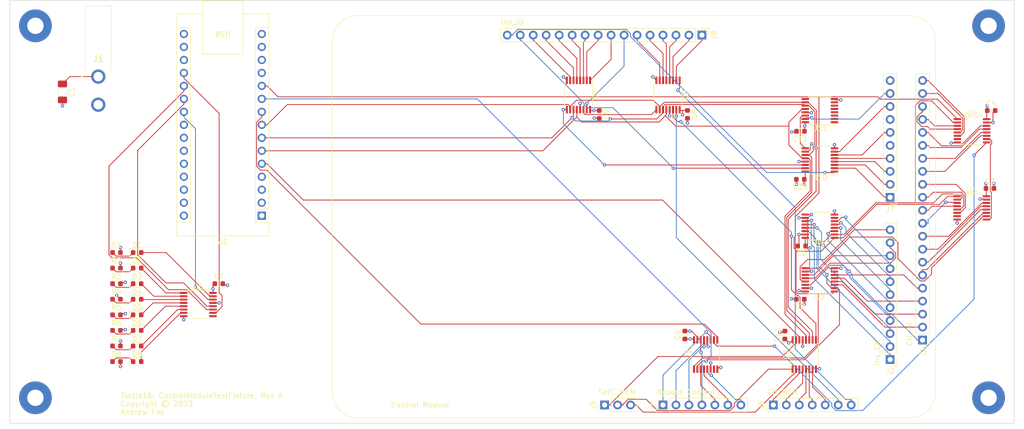
<source format=kicad_pcb>
(kicad_pcb (version 20221018) (generator pcbnew)
  (title_block (title "Turtle16: ControlModuleTestFixture") (date "2023-04-07") (rev "A") (comment 4 "ControlModuleTestFixture for Turtle16 modules"))
  (layers (0 "F.Cu" signal) (1 "In1.Cu" power) (2 "In2.Cu" power) (31 "B.Cu" signal) (34 "B.Paste" user) (35 "F.Paste" user) (36 "B.SilkS" user "B.Silkscreen") (37 "F.SilkS" user "F.Silkscreen") (38 "B.Mask" user) (39 "F.Mask" user) (44 "Edge.Cuts" user))
  (net 0 "")
  (net 1 "VCC")
  (net 2 "GND")
  (net 5 "/Test Fixture Outputs/SI")
  (net 6 "/Test Fixture Outputs/RCLK")
  (net 7 "/Test Fixture Outputs/SCK")
  (net 8 "/Test Fixture Outputs/~{CLR}")
  (net 9 "/Test Fixture Inputs/SO")
  (net 10 "/Test Fixture Inputs/SCK")
  (net 11 "/Test Fixture Inputs/~{PL}")
  (net 19 "/LED Output/~{CLR}")
  (net 20 "/LED Output/SCK")
  (net 21 "/LED Output/RCLK")
  (net 22 "/LED Output/SI")
  (net 28 "Net-(D1-K)")
  (net 29 "Net-(D1-A)")
  (net 30 "Net-(D2-K)")
  (net 31 "Net-(D2-A)")
  (net 32 "Net-(D3-K)")
  (net 33 "Net-(D3-A)")
  (net 34 "Net-(D4-K)")
  (net 35 "Net-(D4-A)")
  (net 36 "Net-(D5-K)")
  (net 37 "Net-(D5-A)")
  (net 38 "Net-(D6-K)")
  (net 39 "Net-(D6-A)")
  (net 40 "Net-(D7-K)")
  (net 41 "Net-(D7-A)")
  (net 42 "Net-(D8-K)")
  (net 43 "Net-(D8-A)")
  (net 44 "/ID Prototype Inputs/Ctl_MEM14")
  (net 45 "/ID Prototype Inputs/Ctl_MEM15")
  (net 46 "/ID Prototype Inputs/Ctl_MEM16")
  (net 47 "/ID Prototype Inputs/Ctl_MEM17")
  (net 48 "/ID Prototype Inputs/Ctl_MEM18")
  (net 49 "/ID Prototype Inputs/Ctl_MEM19")
  (net 50 "/ID Prototype Inputs/Ctl_MEM20")
  (net 51 "/ID Prototype Inputs/SelC_MEM0")
  (net 52 "/ID Prototype Inputs/SelC_MEM1")
  (net 53 "/ID Prototype Inputs/SelC_MEM2")
  (net 54 "/ID Prototype Inputs/Carry")
  (net 55 "/ID Prototype Inputs/Z")
  (net 56 "/ID Prototype Inputs/OVF")
  (net 57 "/ID Prototype Inputs/N")
  (net 58 "/ID Prototype Inputs/Phi1c")
  (net 59 "/ID Prototype Inputs/Phi2")
  (net 60 "/ID Prototype Inputs/~{RST_sync}")
  (net 61 "/ID Prototype Inputs/Ins_ID0")
  (net 62 "/ID Prototype Inputs/Ins_ID1")
  (net 63 "/ID Prototype Inputs/Ins_ID2")
  (net 64 "/ID Prototype Inputs/Ins_ID3")
  (net 65 "/ID Prototype Inputs/Ins_ID4")
  (net 66 "/ID Prototype Inputs/Ins_ID5")
  (net 67 "/ID Prototype Inputs/Ins_ID6")
  (net 68 "/ID Prototype Inputs/Ins_ID7")
  (net 69 "/ID Prototype Inputs/Ins_ID8")
  (net 70 "/ID Prototype Inputs/Ins_ID9")
  (net 71 "/ID Prototype Inputs/Ins_ID10")
  (net 72 "/ID Prototype Inputs/Ins_ID11")
  (net 73 "/ID Prototype Inputs/Ins_ID12")
  (net 74 "/ID Prototype Inputs/Ins_ID13")
  (net 75 "/ID Prototype Inputs/Ins_ID14")
  (net 76 "/ID Prototype Inputs/Ins_ID15")
  (net 77 "/ID Prototype Outputs/Ins_EX0")
  (net 78 "/ID Prototype Outputs/Ins_EX1")
  (net 79 "/ID Prototype Outputs/Ins_EX2")
  (net 80 "/ID Prototype Outputs/Ins_EX3")
  (net 81 "/ID Prototype Outputs/Ins_EX4")
  (net 82 "/ID Prototype Outputs/Ins_EX5")
  (net 83 "/ID Prototype Outputs/Ins_EX6")
  (net 84 "/ID Prototype Outputs/Ins_EX7")
  (net 85 "/ID Prototype Outputs/Ins_EX8")
  (net 86 "/ID Prototype Outputs/Ins_EX9")
  (net 87 "/ID Prototype Outputs/Ins_EX10")
  (net 88 "/ID Prototype Outputs/Ctl_EX0")
  (net 89 "/ID Prototype Outputs/Ctl_EX1")
  (net 90 "/ID Prototype Outputs/Ctl_EX2")
  (net 91 "/ID Prototype Outputs/Ctl_EX3")
  (net 92 "/ID Prototype Outputs/Ctl_EX4")
  (net 93 "/ID Prototype Outputs/Ctl_EX5")
  (net 94 "/ID Prototype Outputs/Ctl_EX6")
  (net 95 "/ID Prototype Outputs/Ctl_EX7")
  (net 96 "/ID Prototype Outputs/Ctl_EX8")
  (net 97 "/ID Prototype Outputs/Ctl_EX9")
  (net 98 "/ID Prototype Outputs/Ctl_EX10")
  (net 99 "/ID Prototype Outputs/Ctl_EX11")
  (net 100 "/ID Prototype Outputs/Ctl_EX12")
  (net 101 "/ID Prototype Outputs/Ctl_EX13")
  (net 102 "/ID Prototype Outputs/Ctl_EX14")
  (net 103 "/ID Prototype Outputs/Ctl_EX15")
  (net 104 "/ID Prototype Outputs/Ctl_EX16")
  (net 105 "/ID Prototype Outputs/Ctl_EX17")
  (net 106 "/ID Prototype Outputs/Ctl_EX18")
  (net 107 "/ID Prototype Outputs/Ctl_EX19")
  (net 108 "/ID Prototype Outputs/Ctl_EX20")
  (net 109 "/ID Prototype Outputs/STALL")
  (net 110 "/ID Prototype Outputs/FWD_A")
  (net 111 "/ID Prototype Outputs/FWD_EX_TO_A")
  (net 112 "/ID Prototype Outputs/FWD_MEM_TO_A")
  (net 113 "/ID Prototype Outputs/FWD_B")
  (net 114 "/ID Prototype Outputs/FWD_EX_TO_B")
  (net 115 "/ID Prototype Outputs/FWD_MEM_TO_B")
  (net 117 "Net-(U1-Q7)")
  (net 119 "Net-(U2-Q7)")
  (net 121 "Net-(U3-Q7)")
  (net 123 "Net-(U4-Q7)")
  (net 125 "/LED Output/SO")
  (net 126 "Net-(U10-QH')")
  (net 127 "/Test Fixture Outputs/SO")
  (net 128 "Net-(U7-QH')")
  (net 129 "Net-(U8-QH')")
  (net 130 "Net-(U10-SER)")
  (footprint "Capacitor_SMD:C_0603_1608Metric" (layer "F.Cu") (at 237.781 79.906)
    (fp_text reference "C4")
    (fp_text value "0.1µF")
  )
  (footprint "Capacitor_SMD:C_0603_1608Metric" (layer "F.Cu") (at 177.824 123.835 90)
    (fp_text reference "C5")
    (fp_text value "0.1µF")
  )
  (footprint "Capacitor_SMD:C_0603_1608Metric" (layer "F.Cu") (at 237.527 95.146)
    (fp_text reference "C3")
    (fp_text value "0.1µF")
  )
  (footprint "Capacitor_SMD:C_0603_1608Metric" (layer "F.Cu") (at 66.585 110.744)
    (fp_text reference "R2")
    (fp_text value "270R")
  )
  (footprint "Capacitor_SMD:C_0603_1608Metric" (layer "F.Cu") (at 66.585 113.792)
    (fp_text reference "R3")
    (fp_text value "270R")
  )
  (footprint "LED_SMD:LED_0603_1608Metric" (layer "F.Cu") (at 70.635 122.936)
    (fp_text reference "D6")
    (fp_text value "Red")
  )
  (footprint "MountingHole:MountingHole_3.2mm_M3_Pad" (layer "F.Cu") (at 237.26 63.32)
    (fp_text reference "H3" hide)
    (fp_text value "MountingHole_Pad")
  )
  (footprint "Connector_Molex:172448-0002" (layer "F.Cu") (at 63.016 73.263 180)
    (fp_text reference "J1")
    (fp_text value "Power" hide)
  )
  (footprint "Package_SO:TSSOP-16_4.4x5mm_P0.65mm" (layer "F.Cu") (at 174.522 76.858 -90)
    (fp_text reference "U8")
    (fp_text value "74HC595")
  )
  (footprint "Package_SO:TSSOP-16_4.4x5mm_P0.65mm" (layer "F.Cu") (at 204.24 113.041 180)
    (fp_text reference "U2")
    (fp_text value "74HC165")
  )
  (footprint "Capacitor_SMD:C_0603_1608Metric" (layer "F.Cu") (at 66.585 107.696)
    (fp_text reference "R1")
    (fp_text value "270R")
  )
  (footprint "Package_SO:TSSOP-16_4.4x5mm_P0.65mm" (layer "F.Cu") (at 181.888 127.658 90)
    (fp_text reference "U5")
    (fp_text value "74HC165")
  )
  (footprint "Package_SO:TSSOP-16_4.4x5mm_P0.65mm" (layer "F.Cu") (at 204.24 79.917 180)
    (fp_text reference "U11")
    (fp_text value "74HC595")
  )
  (footprint "Capacitor_SMD:C_0603_1608Metric" (layer "F.Cu") (at 178.332 80.655 -90)
    (fp_text reference "C8")
    (fp_text value "0.1µF")
  )
  (footprint "Capacitor_SMD:C_0603_1608Metric" (layer "F.Cu") (at 86.601 113.792)
    (fp_text reference "C7")
    (fp_text value "0.1µF")
  )
  (footprint "Package_SO:TSSOP-16_4.4x5mm_P0.65mm" (layer "F.Cu") (at 233.958 98.956)
    (fp_text reference "U3")
    (fp_text value "74HC165")
  )
  (footprint "Capacitor_SMD:C_0603_1608Metric" (layer "F.Cu") (at 200.443 83.97 180)
    (fp_text reference "C11")
    (fp_text value "0.1µF")
  )
  (footprint "Connector_PinHeader_2.54mm:PinHeader_1x16_P2.54mm_Vertical" (layer "F.Cu") (at 181.162 65.1379 -90)
    (fp_text reference "J8")
    (fp_text value "Ins_ID")
  )
  (footprint "LED_SMD:LED_0603_1608Metric" (layer "F.Cu") (at 70.635 129.032)
    (fp_text reference "D8")
    (fp_text value "Red")
  )
  (footprint "Capacitor_SMD:C_0603_1608Metric" (layer "F.Cu") (at 66.585 119.888)
    (fp_text reference "R5")
    (fp_text value "270R")
  )
  (footprint "Capacitor_SMD:C_0603_1608Metric" (layer "F.Cu") (at 200.417 116.84 180)
    (fp_text reference "C2")
    (fp_text value "0.1µF")
  )
  (footprint "Capacitor_SMD:C_1206_3216Metric_Pad1.33x1.80mm_HandSolder" (layer "F.Cu") (at 56.016 76.263 -90)
    (fp_text reference "C1")
    (fp_text value "100µF")
  )
  (footprint "LED_SMD:LED_0603_1608Metric" (layer "F.Cu") (at 70.635 116.84)
    (fp_text reference "D4")
    (fp_text value "Red")
  )
  (footprint "Package_SO:TSSOP-16_4.4x5mm_P0.65mm" (layer "F.Cu") (at 204.24 102.534 180)
    (fp_text reference "U1")
    (fp_text value "74HC165")
  )
  (footprint "LED_SMD:LED_0603_1608Metric" (layer "F.Cu") (at 70.635 125.984)
    (fp_text reference "D7")
    (fp_text value "Red")
  )
  (footprint "Connector_PinHeader_2.54mm:PinHeader_1x11_P2.54mm_Vertical" (layer "F.Cu") (at 217.992 128.6379 180)
    (fp_text reference "J2")
    (fp_text value "Ins_EX")
  )
  (footprint "LED_SMD:LED_0603_1608Metric" (layer "F.Cu") (at 70.635 110.744)
    (fp_text reference "D2")
    (fp_text value "Red")
  )
  (footprint "Capacitor_SMD:C_0603_1608Metric" (layer "F.Cu") (at 66.585 125.984)
    (fp_text reference "R7")
    (fp_text value "270R")
  )
  (footprint "Connector_PinHeader_2.54mm:PinHeader_1x07_P2.54mm_Vertical" (layer "F.Cu") (at 195.132 137.5279 90)
    (fp_text reference "J6")
    (fp_text value "Ctl_MEM")
  )
  (footprint "Package_SO:TSSOP-16_4.4x5mm_P0.65mm" (layer "F.Cu") (at 82.5985 117.874)
    (fp_text reference "U6")
    (fp_text value "74HC595")
  )
  (footprint "Package_SO:TSSOP-16_4.4x5mm_P0.65mm" (layer "F.Cu") (at 234.0265 83.869)
    (fp_text reference "U4")
    (fp_text value "74HC165")
  )
  (footprint "Package_SO:TSSOP-16_4.4x5mm_P0.65mm" (layer "F.Cu") (at 201.192 127.658 90)
    (fp_text reference "U7")
    (fp_text value "74HC595")
  )
  (footprint "Capacitor_SMD:C_0603_1608Metric" (layer "F.Cu") (at 200.417 93.368 180)
    (fp_text reference "C10")
    (fp_text value "0.1µF")
  )
  (footprint "Connector_PinHeader_2.54mm:PinHeader_1x03_P2.54mm_Vertical" (layer "F.Cu") (at 162.112 137.5279 90)
    (fp_text reference "J5")
    (fp_text value "SelC_MEM")
  )
  (footprint "LED_SMD:LED_0603_1608Metric" (layer "F.Cu") (at 70.635 107.696)
    (fp_text reference "D1")
    (fp_text value "Red")
  )
  (footprint "LED_SMD:LED_0603_1608Metric" (layer "F.Cu") (at 70.635 119.888)
    (fp_text reference "D5")
    (fp_text value "Red")
  )
  (footprint "Package_SO:TSSOP-16_4.4x5mm_P0.65mm" (layer "F.Cu") (at 204.24 89.569 180)
    (fp_text reference "U10")
    (fp_text value "74HC595")
  )
  (footprint "Connector_PinHeader_2.54mm:PinHeader_1x10_P2.54mm_Vertical" (layer "F.Cu") (at 217.992 96.8879 180)
    (fp_text reference "J7")
    (fp_text value "Control Signals")
  )
  (footprint "MountingHole:MountingHole_3.2mm_M3_Pad" (layer "F.Cu") (at 50.72 63.32)
    (fp_text reference "H1" hide)
    (fp_text value "MountingHole_Pad")
  )
  (footprint "MountingHole:MountingHole_3.2mm_M3_Pad" (layer "F.Cu") (at 50.72 136.12)
    (fp_text reference "H4" hide)
    (fp_text value "MountingHole_Pad")
  )
  (footprint "Capacitor_SMD:C_0603_1608Metric" (layer "F.Cu") (at 66.585 122.936)
    (fp_text reference "R6")
    (fp_text value "270R")
  )
  (footprint "Capacitor_SMD:C_0603_1608Metric" (layer "F.Cu") (at 66.585 116.84)
    (fp_text reference "R4")
    (fp_text value "270R")
  )
  (footprint "Capacitor_SMD:C_0603_1608Metric" (layer "F.Cu") (at 197.382 123.835 90)
    (fp_text reference "C12")
    (fp_text value "0.1µF")
  )
  (footprint "Capacitor_SMD:C_0603_1608Metric" (layer "F.Cu") (at 161.06 80.681 -90)
    (fp_text reference "C9")
    (fp_text value "0.1µF")
  )
  (footprint "Module:Arduino_Nano" (layer "F.Cu") (at 95.02 100.48 180)
    (fp_text reference "A1")
    (fp_text value "Arduino_Nano_Every")
  )
  (footprint "MountingHole:MountingHole_3.2mm_M3_Pad" (layer "F.Cu") (at 237.26 136.12)
    (fp_text reference "H2" hide)
    (fp_text value "MountingHole_Pad")
  )
  (footprint "LED_SMD:LED_0603_1608Metric" (layer "F.Cu") (at 70.635 113.792)
    (fp_text reference "D3")
    (fp_text value "Red")
  )
  (footprint "Capacitor_SMD:C_0603_1608Metric" (layer "F.Cu") (at 66.585 129.032)
    (fp_text reference "R8")
    (fp_text value "270R")
  )
  (footprint "Connector_PinHeader_2.54mm:PinHeader_1x21_P2.54mm_Vertical" (layer "F.Cu") (at 224.342 124.8279 180)
    (fp_text reference "J3")
    (fp_text value "Ctl_EX")
  )
  (footprint "Capacitor_SMD:C_0603_1608Metric" (layer "F.Cu") (at 200.673 106.426 180)
    (fp_text reference "C6")
    (fp_text value "0.1µF")
  )
  (footprint "Package_SO:TSSOP-16_4.4x5mm_P0.65mm" (layer "F.Cu") (at 156.996 76.858 -90)
    (fp_text reference "U9")
    (fp_text value "74HC595")
  )
  (footprint "Connector_PinHeader_2.54mm:PinHeader_1x07_P2.54mm_Vertical" (layer "F.Cu") (at 173.537 137.5279 90)
    (fp_text reference "J4")
    (fp_text value "Bypass Control")
  )
  (gr_line locked (start 221.732106 61.327896) (end 113.852106 61.327896) (stroke (width 0.1)) (layer "F.SilkS"))
  (gr_arc locked (start 108.772106 66.407896) (mid 110.260005 62.815797) (end 113.852106 61.327896) (stroke (width 0.1)) (layer "F.SilkS"))
  (gr_arc locked (start 226.882106 134.987896) (mid 225.39421 138.580002) (end 221.802106 140.067896) (stroke (width 0.1)) (layer "F.SilkS"))
  (gr_line locked (start 113.852106 140.067896) (end 221.802106 140.067896) (stroke (width 0.1)) (layer "F.SilkS"))
  (gr_line locked (start 226.882106 134.987896) (end 226.882106 66.407896) (stroke (width 0.1)) (layer "F.SilkS"))
  (gr_arc locked (start 113.852106 140.067896) (mid 110.26 138.58) (end 108.772106 134.987896) (stroke (width 0.1)) (layer "F.SilkS"))
  (gr_line locked (start 108.772106 66.407896) (end 108.772106 134.987896) (stroke (width 0.1)) (layer "F.SilkS"))
  (gr_arc locked (start 221.732106 61.327896) (mid 225.369597 62.790759) (end 226.882106 66.407896) (stroke (width 0.1)) (layer "F.SilkS"))
  (gr_line (start 45.72 141.12) (end 45.72 58.32) (stroke (width 0.1)) (layer "Edge.Cuts"))
  (gr_line (start 242.26 141.12) (end 45.72 141.12) (stroke (width 0.1)) (layer "Edge.Cuts"))
  (gr_line (start 242.26 58.32) (end 242.26 141.12) (stroke (width 0.1)) (layer "Edge.Cuts"))
  (gr_line (start 45.72 58.32) (end 242.26 58.32) (stroke (width 0.1)) (layer "Edge.Cuts"))
  (gr_text "Turtle16: ControlModuleTestFixture, Rev A\nCopyright © 2023\nAndrew Fox" (at 67.334 137.31) (layer "F.SilkS") (effects (font (size 1 1)) (justify left)))
  (gr_text locked "Control Module" (at 120.202106 137.527896) (layer "F.SilkS") (effects (font (size 1 1)) (justify left)))
  (segment (start 201.3775 106.3555) (end 201.3775 104.809) (width 0.1524) (layer "F.Cu") (net 1))
  (segment (start 202.3985 106.734) (end 201.756 106.734) (width 0.1524) (layer "F.Cu") (net 1))
  (segment (start 200.3267 115.316) (end 201.3775 115.316) (width 0.1524) (layer "F.Cu") (net 1))
  (segment (start 57.4535 73.263) (end 56.016 74.7005) (width 0.1524) (layer "F.Cu") (net 1))
  (segment (start 236.8205 95.2145) (end 236.8205 96.681) (width 0.1524) (layer "F.Cu") (net 1))
  (segment (start 201.3775 82.8375) (end 201.3775 82.192) (width 0.1524) (layer "F.Cu") (net 1))
  (segment (start 176.9565 79.88) (end 176.797 79.7205) (width 0.1524) (layer "F.Cu") (net 1))
  (segment (start 198.3446 125.3679) (end 198.1399 125.3679) (width 0.1524) (layer "F.Cu") (net 1))
  (segment (start 85.461 114.157) (end 85.461 114.7836) (width 0.1524) (layer "F.Cu") (net 1))
  (segment (start 201.192 93.368) (end 201.192 94.3313) (width 0.1524) (layer "F.Cu") (net 1))
  (segment (start 236.752 94.1912) (end 236.752 95.146) (width 0.1524) (layer "F.Cu") (net 1))
  (segment (start 63.016 73.263) (end 57.4535 73.263) (width 0.1524) (layer "F.Cu") (net 1))
  (segment (start 178.332 79.88) (end 177.3647 79.88) (width 0.1524) (layer "F.Cu") (net 1))
  (segment (start 179.4275 124.61) (end 179.613 124.7955) (width 0.1524) (layer "F.Cu") (net 1))
  (segment (start 85.461 114.7836) (end 85.461 115.599) (width 0.1524) (layer "F.Cu") (net 1))
  (segment (start 201.2718 83.9162) (end 201.2718 82.9432) (width 0.1524) (layer "F.Cu") (net 1))
  (segment (start 177.3647 80.7226) (end 177.3647 79.88) (width 0.1524) (layer "F.Cu") (net 1))
  (segment (start 177.3647 79.88) (end 176.9565 79.88) (width 0.1524) (layer "F.Cu") (net 1))
  (segment (start 160.0278 79.906) (end 159.4565 79.906) (width 0.1524) (layer "F.Cu") (net 1))
  (segment (start 237.006 79.906) (end 237.006 78.9494) (width 0.1524) (layer "F.Cu") (net 1))
  (segment (start 177.824 124.61) (end 178.8563 124.61) (width 0.1524) (layer "F.Cu") (net 1))
  (segment (start 198.917 124.7955) (end 198.3446 125.3679) (width 0.1524) (layer "F.Cu") (net 1))
  (segment (start 201.3775 93.1825) (end 201.3775 91.844) (width 0.1524) (layer "F.Cu") (net 1))
  (segment (start 178.8563 124.61) (end 179.4275 124.61) (width 0.1524) (layer "F.Cu") (net 1))
  (segment (start 201.192 116.84) (end 201.192 117.8092) (width 0.1524) (layer "F.Cu") (net 1))
  (segment (start 198.1399 125.3679) (end 197.382 124.61) (width 0.1524) (layer "F.Cu") (net 1))
  (segment (start 85.826 113.792) (end 85.461 114.157) (width 0.1524) (layer "F.Cu") (net 1))
  (segment (start 161.06 79.906) (end 160.0278 79.906) (width 0.1524) (layer "F.Cu") (net 1))
  (segment (start 159.4565 79.906) (end 159.271 79.7205) (width 0.1524) (layer "F.Cu") (net 1))
  (segment (start 200.1607 115.15) (end 200.3267 115.316) (width 0.1524) (layer "F.Cu") (net 1))
  (segment (start 236.889 80.023) (end 236.889 81.594) (width 0.1524) (layer "F.Cu") (net 1))
  (segment (start 201.2718 82.9432) (end 201.3775 82.8375) (width 0.1524) (layer "F.Cu") (net 1))
  (via (at 160.0278 79.906) (size 0.65) (drill 0.3) (layers "F.Cu" "B.Cu") (net 1))
  (via (at 85.461 114.7836) (size 0.65) (drill 0.3) (layers "F.Cu" "B.Cu") (net 1))
  (via (at 201.2718 82.9432) (size 0.65) (drill 0.3) (layers "F.Cu" "B.Cu") (net 1))
  (via (at 201.192 117.8092) (size 0.65) (drill 0.3) (layers "F.Cu" "B.Cu") (net 1))
  (via (at 202.3985 106.734) (size 0.65) (drill 0.3) (layers "F.Cu" "B.Cu") (net 1))
  (via (at 200.1607 115.15) (size 0.65) (drill 0.3) (layers "F.Cu" "B.Cu") (net 1))
  (via (at 198.1399 125.3679) (size 0.65) (drill 0.3) (layers "F.Cu" "B.Cu") (net 1))
  (via (at 201.192 94.3313) (size 0.65) (drill 0.3) (layers "F.Cu" "B.Cu") (net 1))
  (via (at 178.8563 124.61) (size 0.65) (drill 0.3) (layers "F.Cu" "B.Cu") (net 1))
  (via (at 237.006 78.9494) (size 0.65) (drill 0.3) (layers "F.Cu" "B.Cu") (net 1))
  (via (at 177.3647 80.7226) (size 0.65) (drill 0.3) (layers "F.Cu" "B.Cu") (net 1))
  (via (at 236.752 94.1912) (size 0.65) (drill 0.3) (layers "F.Cu" "B.Cu") (net 1))
  (segment (start 174.847 79.7205) (end 174.847 80.9399) (width 0.1524) (layer "F.Cu") (net 2))
  (segment (start 201.3775 100.909) (end 200.1612 100.909) (width 0.1524) (layer "F.Cu") (net 2))
  (segment (start 196.4165 123.3162) (end 197.1258 123.3162) (width 0.1524) (layer "F.Cu") (net 2))
  (segment (start 182.863 130.5205) (end 182.863 129.2919) (width 0.1524) (layer "F.Cu") (net 2))
  (segment (start 67.36 125.984) (end 67.36 125.0163) (width 0.1524) (layer "F.Cu") (net 2))
  (segment (start 171.563 73.3115) (end 172.247 73.9955) (width 0.1524) (layer "F.Cu") (net 2))
  (segment (start 184.4832 130.2003) (end 184.163 130.5205) (width 0.1524) (layer "F.Cu") (net 2))
  (segment (start 184.8495 130.2003) (end 184.4832 130.2003) (width 0.1524) (layer "F.Cu") (net 2))
  (segment (start 85.461 117.549) (end 86.6767 117.549) (width 0.1524) (layer "F.Cu") (net 2))
  (segment (start 238.302 95.146) (end 238.302 94.1815) (width 0.1524) (layer "F.Cu") (net 2))
  (segment (start 178.332 82.3608) (end 178.332 81.43) (width 0.1524) (layer "F.Cu") (net 2))
  (segment (start 154.0378 73.3123) (end 154.721 73.9955) (width 0.1524) (layer "F.Cu") (net 2))
  (segment (start 157.321 79.7205) (end 157.321 78.5014) (width 0.1524) (layer "F.Cu") (net 2))
  (segment (start 199.642 93.368) (end 199.642 94.3304) (width 0.1524) (layer "F.Cu") (net 2))
  (segment (start 238.1167 82.244) (end 238.1167 80.3453) (width 0.1524) (layer "F.Cu") (net 2))
  (segment (start 67.36 129.032) (end 67.36 129.9937) (width 0.1524) (layer "F.Cu") (net 2))
  (segment (start 68.2973 122.7791) (end 67.5169 122.7791) (width 0.1524) (layer "F.Cu") (net 2))
  (segment (start 235.6045 97.2156) (end 236.7051 97.2156) (width 0.1524) (layer "F.Cu") (net 2))
  (segment (start 200.1554 104.159) (end 200.1554 106.1686) (width 0.1524) (layer "F.Cu") (net 2))
  (segment (start 229.9441 86.2498) (end 231.0582 86.2498) (width 0.1524) (layer "F.Cu") (net 2))
  (segment (start 204.1745 130.4389) (end 203.5486 130.4389) (width 0.1524) (layer "F.Cu") (net 2))
  (segment (start 67.36 107.696) (end 67.36 106.7266) (width 0.1524) (layer "F.Cu") (net 2))
  (segment (start 67.36 110.744) (end 67.36 109.782) (width 0.1524) (layer "F.Cu") (net 2))
  (segment (start 88.3061 114.0846) (end 87.6686 114.0846) (width 0.1524) (layer "F.Cu") (net 2))
  (segment (start 200.867 124.7955) (end 200.867 126.0254) (width 0.1524) (layer "F.Cu") (net 2))
  (segment (start 201.3775 114.666) (end 202.5937 114.666) (width 0.1524) (layer "F.Cu") (net 2))
  (segment (start 79.736 120.149) (end 79.736 120.8325) (width 0.1524) (layer "F.Cu") (net 2))
  (segment (start 202.6032 80.3444) (end 201.4799 80.3444) (width 0.1524) (layer "F.Cu") (net 2))
  (segment (start 177.8256 123.0616) (end 178.7957 123.0616) (width 0.1524) (layer "F.Cu") (net 2))
  (segment (start 66.6161 116.0961) (end 67.36 116.84) (width 0.1524) (layer "F.Cu") (net 2))
  (segment (start 207.301 77.8405) (end 207.1025 77.642) (width 0.1524) (layer "F.Cu") (net 2))
  (segment (start 198.7357 84.1013) (end 199.5367 84.1013) (width 0.1524) (layer "F.Cu") (net 2))
  (segment (start 208.3366 77.8405) (end 207.301 77.8405) (width 0.1524) (layer "F.Cu") (net 2))
  (segment (start 199.5549 116.7529) (end 198.7066 116.7529) (width 0.1524) (layer "F.Cu") (net 2))
  (segment (start 200.1554 104.159) (end 201.3775 104.159) (width 0.1524) (layer "F.Cu") (net 2))
  (segment (start 178.7957 123.0616) (end 179.1097 123.0616) (width 0.1524) (layer "F.Cu") (net 2))
  (segment (start 231.0955 101.231) (end 231.0955 101.916) (width 0.1524) (layer "F.Cu") (net 2))
  (segment (start 68.2891 113.5141) (end 67.6379 113.5141) (width 0.1524) (layer "F.Cu") (net 2))
  (segment (start 238.1167 80.3453) (end 238.556 79.906) (width 0.1524) (layer "F.Cu") (net 2))
  (segment (start 207.1025 86.5917) (end 207.1025 87.294) (width 0.1524) (layer "F.Cu") (net 2))
  (segment (start 201.3775 89.894) (end 200.1563 89.894) (width 0.1524) (layer "F.Cu") (net 2))
  (segment (start 160.0841 81.379) (end 160.983 81.379) (width 0.1524) (layer "F.Cu") (net 2))
  (segment (start 208.3456 110.766) (end 207.1025 110.766) (width 0.1524) (layer "F.Cu") (net 2))
  (segment (start 68.3014 119.6589) (end 67.5891 119.6589) (width 0.1524) (layer "F.Cu") (net 2))
  (segment (start 207.1025 100.259) (end 207.1025 99.5771) (width 0.1524) (layer "F.Cu") (net 2))
  (segment (start 236.889 82.244) (end 238.1167 82.244) (width 0.1524) (layer "F.Cu") (net 2))
  (segment (start 56.016 77.8255) (end 56.016 78.9688) (width 0.1524) (layer "F.Cu") (net 2))
  (segment (start 179.1097 123.0616) (end 180.263 124.2149) (width 0.1524) (layer "F.Cu") (net 2))
  (via (at 184.8495 130.2003) (size 0.65) (drill 0.3) (layers "F.Cu" "B.Cu") (net 2))
  (via (at 198.7066 116.7529) (size 0.65) (drill 0.3) (layers "F.Cu" "B.Cu") (net 2))
  (via (at 157.321 78.5014) (size 0.65) (drill 0.3) (layers "F.Cu" "B.Cu") (net 2))
  (via (at 68.2891 113.5141) (size 0.65) (drill 0.3) (layers "F.Cu" "B.Cu") (net 2))
  (via (at 88.3061 114.0846) (size 0.65) (drill 0.3) (layers "F.Cu" "B.Cu") (net 2))
  (via (at 68.3014 119.6589) (size 0.65) (drill 0.3) (layers "F.Cu" "B.Cu") (net 2))
  (via (at 207.1025 86.5917) (size 0.65) (drill 0.3) (layers "F.Cu" "B.Cu") (net 2))
  (via (at 67.36 106.7266) (size 0.65) (drill 0.3) (layers "F.Cu" "B.Cu") (net 2))
  (via (at 86.6767 117.549) (size 0.65) (drill 0.3) (layers "F.Cu" "B.Cu") (net 2))
  (via (at 200.1612 100.909) (size 0.65) (drill 0.3) (layers "F.Cu" "B.Cu") (net 2))
  (via (at 67.36 129.9937) (size 0.65) (drill 0.3) (layers "F.Cu" "B.Cu") (net 2))
  (via (at 171.563 73.3115) (size 0.65) (drill 0.3) (layers "F.Cu" "B.Cu") (net 2))
  (via (at 235.6045 97.2156) (size 0.65) (drill 0.3) (layers "F.Cu" "B.Cu") (net 2))
  (via (at 229.9441 86.2498) (size 0.65) (drill 0.3) (layers "F.Cu" "B.Cu") (net 2))
  (via (at 202.6032 80.3444) (size 0.65) (drill 0.3) (layers "F.Cu" "B.Cu") (net 2))
  (via (at 174.847 80.9399) (size 0.65) (drill 0.3) (layers "F.Cu" "B.Cu") (net 2))
  (via (at 200.1563 89.894) (size 0.65) (drill 0.3) (layers "F.Cu" "B.Cu") (net 2))
  (via (at 79.736 120.8325) (size 0.65) (drill 0.3) (layers "F.Cu" "B.Cu") (net 2))
  (via (at 208.3456 110.766) (size 0.65) (drill 0.3) (layers "F.Cu" "B.Cu") (net 2))
  (via (at 160.0841 81.379) (size 0.65) (drill 0.3) (layers "F.Cu" "B.Cu") (net 2))
  (via (at 68.2973 122.7791) (size 0.65) (drill 0.3) (layers "F.Cu" "B.Cu") (net 2))
  (via (at 238.302 94.1815) (size 0.65) (drill 0.3) (layers "F.Cu" "B.Cu") (net 2))
  (via (at 202.5937 114.666) (size 0.65) (drill 0.3) (layers "F.Cu" "B.Cu") (net 2))
  (via (at 208.3366 77.8405) (size 0.65) (drill 0.3) (layers "F.Cu" "B.Cu") (net 2))
  (via (at 238.1167 82.244) (size 0.65) (drill 0.3) (layers "F.Cu" "B.Cu") (net 2))
  (via (at 56.016 78.9688) (size 0.65) (drill 0.3) (layers "F.Cu" "B.Cu") (net 2))
  (via (at 178.7957 123.0616) (size 0.65) (drill 0.3) (layers "F.Cu" "B.Cu") (net 2))
  (via (at 207.1025 99.5771) (size 0.65) (drill 0.3) (layers "F.Cu" "B.Cu") (net 2))
  (via (at 200.1554 104.159) (size 0.65) (drill 0.3) (layers "F.Cu" "B.Cu") (net 2))
  (via (at 196.4165 123.3162) (size 0.65) (drill 0.3) (layers "F.Cu" "B.Cu") (net 2))
  (via (at 178.332 82.3608) (size 0.65) (drill 0.3) (layers "F.Cu" "B.Cu") (net 2))
  (via (at 182.863 129.2919) (size 0.65) (drill 0.3) (layers "F.Cu" "B.Cu") (net 2))
  (via (at 154.0378 73.3123) (size 0.65) (drill 0.3) (layers "F.Cu" "B.Cu") (net 2))
  (via (at 66.6161 116.0961) (size 0.65) (drill 0.3) (layers "F.Cu" "B.Cu") (net 2))
  (via (at 200.867 126.0254) (size 0.65) (drill 0.3) (layers "F.Cu" "B.Cu") (net 2))
  (via (at 199.642 94.3304) (size 0.65) (drill 0.3) (layers "F.Cu" "B.Cu") (net 2))
  (via (at 231.0955 101.916) (size 0.65) (drill 0.3) (layers "F.Cu" "B.Cu") (net 2))
  (via (at 67.36 109.782) (size 0.65) (drill 0.3) (layers "F.Cu" "B.Cu") (net 2))
  (via (at 198.7357 84.1013) (size 0.65) (drill 0.3) (layers "F.Cu" "B.Cu") (net 2))
  (via (at 204.1745 130.4389) (size 0.65) (drill 0.3) (layers "F.Cu" "B.Cu") (net 2))
  (via (at 67.36 125.0163) (size 0.65) (drill 0.3) (layers "F.Cu" "B.Cu") (net 2))
  (segment (start 200.217 124.1913) (end 173.45 97.4243) (width 0.1524) (layer "F.Cu") (net 5))
  (segment (start 103.153 97.4243) (end 96.0487 90.32) (width 0.1524) (layer "F.Cu") (net 5))
  (segment (start 173.45 97.4243) (end 103.153 97.4243) (width 0.1524) (layer "F.Cu") (net 5))
  (segment (start 95.02 90.32) (end 96.0487 90.32) (width 0.1524) (layer "F.Cu") (net 5))
  (segment (start 172.7636 82.1464) (end 157.6584 82.1464) (width 0.1524) (layer "F.Cu") (net 6))
  (segment (start 202.3533 95.6418) (end 197.4225 100.5726) (width 0.1524) (layer "F.Cu") (net 6))
  (segment (start 198.1781 86.6554) (end 200.7667 89.244) (width 0.1524) (layer "F.Cu") (net 6))
  (segment (start 174.197 79.7205) (end 174.197 80.713) (width 0.1524) (layer "F.Cu") (net 6))
  (segment (start 198.1781 82.9633) (end 198.1781 82.1909) (width 0.1524) (layer "F.Cu") (net 6))
  (segment (start 198.1781 82.9633) (end 198.1781 86.6554) (width 0.1524) (layer "F.Cu") (net 6))
  (segment (start 150.05 87.78) (end 156.671 81.159) (width 0.1524) (layer "F.Cu") (net 6))
  (segment (start 156.671 81.159) (end 156.671 79.7205) (width 0.1524) (layer "F.Cu") (net 6))
  (segment (start 197.4225 119.7531) (end 201.517 123.8476) (width 0.1524) (layer "F.Cu") (net 6))
  (segment (start 202.3533 89.627) (end 202.3533 95.6418) (width 0.1524) (layer "F.Cu") (net 6))
  (segment (start 157.6584 82.1464) (end 156.671 81.159) (width 0.1524) (layer "F.Cu") (net 6))
  (segment (start 176.0534 82.9633) (end 198.1781 82.9633) (width 0.1524) (layer "F.Cu") (net 6))
  (segment (start 174.0001 80.9099) (end 176.0534 82.9633) (width 0.1524) (layer "F.Cu") (net 6))
  (segment (start 197.4225 100.5726) (end 197.4225 119.7531) (width 0.1524) (layer "F.Cu") (net 6))
  (segment (start 201.9703 89.244) (end 202.3533 89.627) (width 0.1524) (layer "F.Cu") (net 6))
  (segment (start 174.0001 80.9099) (end 172.7636 82.1464) (width 0.1524) (layer "F.Cu") (net 6))
  (segment (start 198.1781 82.1909) (end 200.777 79.592) (width 0.1524) (layer "F.Cu") (net 6))
  (segment (start 201.517 123.8476) (end 201.517 124.7955) (width 0.1524) (layer "F.Cu") (net 6))
  (segment (start 174.197 80.713) (end 174.0001 80.9099) (width 0.1524) (layer "F.Cu") (net 6))
  (segment (start 95.02 87.78) (end 150.05 87.78) (width 0.1524) (layer "F.Cu") (net 6))
  (segment (start 203.2636 80.1645) (end 203.2636 86.6973) (width 0.1524) (layer "F.Cu") (net 7))
  (segment (start 172.3313 81.5451) (end 173.547 80.3294) (width 0.1524) (layer "F.Cu") (net 7))
  (segment (start 173.9486 78.7212) (end 201.1567 78.7212) (width 0.1524) (layer "F.Cu") (net 7))
  (segment (start 203.2636 86.6973) (end 202.9461 87.0148) (width 0.1524) (layer "F.Cu") (net 7))
  (segment (start 151.8068 85.24) (end 155.7495 81.2973) (width 0.1524) (layer "F.Cu") (net 7))
  (segment (start 197.7593 100.8194) (end 197.7593 119.0292) (width 0.1524) (layer "F.Cu") (net 7))
  (segment (start 163.2319 81.5451) (end 172.3313 81.5451) (width 0.1524) (layer "F.Cu") (net 7))
  (segment (start 95.02 85.24) (end 151.8068 85.24) (width 0.1524) (layer "F.Cu") (net 7))
  (segment (start 202.6583 89.075) (end 202.6583 95.9204) (width 0.1524) (layer "F.Cu") (net 7))
  (segment (start 202.0411 78.942) (end 203.2636 80.1645) (width 0.1524) (layer "F.Cu") (net 7))
  (segment (start 173.547 79.1228) (end 173.9486 78.7212) (width 0.1524) (layer "F.Cu") (net 7))
  (segment (start 156.021 81.0258) (end 156.021 79.7205) (width 0.1524) (layer "F.Cu") (net 7))
  (segment (start 202.9461 87.0148) (end 202.9461 87.8252) (width 0.1524) (layer "F.Cu") (net 7))
  (segment (start 201.3775 78.942) (end 202.0411 78.942) (width 0.1524) (layer "F.Cu") (net 7))
  (segment (start 202.1773 88.594) (end 201.3775 88.594) (width 0.1524) (layer "F.Cu") (net 7))
  (segment (start 155.7495 81.2973) (end 156.021 81.0258) (width 0.1524) (layer "F.Cu") (net 7))
  (segment (start 202.167 123.4369) (end 202.167 124.7955) (width 0.1524) (layer "F.Cu") (net 7))
  (segment (start 202.9461 87.8252) (end 202.1773 88.594) (width 0.1524) (layer "F.Cu") (net 7))
  (segment (start 197.7593 119.0292) (end 202.167 123.4369) (width 0.1524) (layer "F.Cu") (net 7))
  (segment (start 201.1567 78.7212) (end 201.3775 78.942) (width 0.1524) (layer "F.Cu") (net 7))
  (segment (start 202.6583 95.9204) (end 197.7593 100.8194) (width 0.1524) (layer "F.Cu") (net 7))
  (segment (start 202.1773 88.594) (end 202.6583 89.075) (width 0.1524) (layer "F.Cu") (net 7))
  (via (at 163.2319 81.5451) (size 0.65) (drill 0.3) (layers "F.Cu" "B.Cu") (net 7))
  (via (at 155.7495 81.2973) (size 0.65) (drill 0.3) (layers "F.Cu" "B.Cu") (net 7))
  (segment (start 155.7495 81.2973) (end 156.3874 81.9352) (width 0.1524) (layer "B.Cu") (net 7))
  (segment (start 162.8418 81.9352) (end 163.2319 81.5451) (width 0.1524) (layer "B.Cu") (net 7))
  (segment (start 156.3874 81.9352) (end 162.8418 81.9352) (width 0.1524) (layer "B.Cu") (net 7))
  (segment (start 172.897 79.1423) (end 173.7473 78.292) (width 0.1524) (layer "F.Cu") (net 8))
  (segment (start 202.3785 87.4961) (end 202.3785 86.7299) (width 0.1524) (layer "F.Cu") (net 8))
  (segment (start 173.7473 78.292) (end 201.3775 78.292) (width 0.1524) (layer "F.Cu") (net 8))
  (segment (start 156.6005 77.8896) (end 171.6443 77.8896) (width 0.1524) (layer "F.Cu") (net 8))
  (segment (start 198.0643 118.4091) (end 202.817 123.1618) (width 0.1524) (layer "F.Cu") (net 8))
  (segment (start 198.0643 101.1227) (end 198.0643 118.4091) (width 0.1524) (layer "F.Cu") (net 8))
  (segment (start 171.6443 77.8896) (end 172.897 79.1423) (width 0.1524) (layer "F.Cu") (net 8))
  (segment (start 203.5982 87.1458) (end 203.4998 87.2442) (width 0.1524) (layer "F.Cu") (net 8))
  (segment (start 202.3785 86.7299) (end 202.682 86.4264) (width 0.1524) (layer "F.Cu") (net 8))
  (segment (start 202.817 123.1618) (end 202.817 124.7955) (width 0.1524) (layer "F.Cu") (net 8))
  (segment (start 95.02 82.7) (end 96.0487 82.7) (width 0.1524) (layer "F.Cu") (net 8))
  (segment (start 203.5982 79.9383) (end 203.5982 87.1458) (width 0.1524) (layer "F.Cu") (net 8))
  (segment (start 203.4998 95.6872) (end 198.0643 101.1227) (width 0.1524) (layer "F.Cu") (net 8))
  (segment (start 155.371 79.1191) (end 156.6005 77.8896) (width 0.1524) (layer "F.Cu") (net 8))
  (segment (start 201.9519 78.292) (end 203.5982 79.9383) (width 0.1524) (layer "F.Cu") (net 8))
  (segment (start 96.0487 82.7) (end 100.0041 78.7446) (width 0.1524) (layer "F.Cu") (net 8))
  (segment (start 154.9965 78.7446) (end 155.371 79.1191) (width 0.1524) (layer "F.Cu") (net 8))
  (segment (start 100.0041 78.7446) (end 154.9965 78.7446) (width 0.1524) (layer "F.Cu") (net 8))
  (segment (start 201.9306 87.944) (end 202.3785 87.4961) (width 0.1524) (layer "F.Cu") (net 8))
  (segment (start 203.4998 87.2442) (end 203.4998 95.6872) (width 0.1524) (layer "F.Cu") (net 8))
  (via (at 202.682 86.4264) (size 0.65) (drill 0.3) (layers "F.Cu" "B.Cu") (net 8))
  (via (at 203.4998 87.2442) (size 0.65) (drill 0.3) (layers "F.Cu" "B.Cu") (net 8))
  (segment (start 202.682 86.4264) (end 203.4998 87.2442) (width 0.1524) (layer "B.Cu") (net 8))
  (segment (start 181.6366 121.7006) (end 184.163 124.227) (width 0.1524) (layer "F.Cu") (net 9))
  (segment (start 126.1594 121.7006) (end 181.6366 121.7006) (width 0.1524) (layer "F.Cu") (net 9))
  (segment (start 93.9912 90.7933) (end 94.7879 91.59) (width 0.1524) (layer "F.Cu") (net 9))
  (segment (start 95.02 80.16) (end 95.02 81.1887) (width 0.1524) (layer "F.Cu") (net 9))
  (segment (start 94.7879 91.59) (end 96.0488 91.59) (width 0.1524) (layer "F.Cu") (net 9))
  (segment (start 95.02 81.1887) (end 93.9912 82.2175) (width 0.1524) (layer "F.Cu") (net 9))
  (segment (start 93.9912 82.2175) (end 93.9912 90.7933) (width 0.1524) (layer "F.Cu") (net 9))
  (segment (start 96.0488 91.59) (end 126.1594 121.7006) (width 0.1524) (layer "F.Cu") (net 9))
  (segment (start 208.08 121.8245) (end 201.2279 128.6766) (width 0.1524) (layer "F.Cu") (net 10))
  (segment (start 223.8411 77.9902) (end 222.9467 78.8846) (width 0.1524) (layer "F.Cu") (net 10))
  (segment (start 181.9807 128.9452) (end 181.2633 128.9452) (width 0.1524) (layer "F.Cu") (net 10))
  (segment (start 222.9467 97.9667) (end 226.4949 97.9667) (width 0.1524) (layer "F.Cu") (net 10))
  (segment (start 206.4783 104.1591) (end 205.032 105.6054) (width 0.1524) (layer "F.Cu") (net 10))
  (segment (start 230.3459 82.244) (end 226.0921 77.9902) (width 0.1524) (layer "F.Cu") (net 10))
  (segment (start 208.9922 104.159) (end 215.1845 97.9667) (width 0.1524) (layer "F.Cu") (net 10))
  (segment (start 201.2279 128.6766) (end 182.2493 128.6766) (width 0.1524) (layer "F.Cu") (net 10))
  (segment (start 231.851 96.2274) (end 232.0764 96.4528) (width 0.1524) (layer "F.Cu") (net 10))
  (segment (start 207.1025 104.159) (end 208.9922 104.159) (width 0.1524) (layer "F.Cu") (net 10))
  (segment (start 182.2493 128.6766) (end 181.9807 128.9452) (width 0.1524) (layer "F.Cu") (net 10))
  (segment (start 208.08 115.0394) (end 208.08 121.8245) (width 0.1524) (layer "F.Cu") (net 10))
  (segment (start 222.9467 78.8846) (end 222.9467 97.9667) (width 0.1524) (layer "F.Cu") (net 10))
  (segment (start 226.0921 77.9902) (end 223.8411 77.9902) (width 0.1524) (layer "F.Cu") (net 10))
  (segment (start 205.032 105.6054) (end 203.9699 105.6054) (width 0.1524) (layer "F.Cu") (net 10))
  (segment (start 215.1845 97.9667) (end 222.9467 97.9667) (width 0.1524) (layer "F.Cu") (net 10))
  (segment (start 232.0764 96.9459) (end 231.6913 97.331) (width 0.1524) (layer "F.Cu") (net 10))
  (segment (start 232.0764 96.4528) (end 232.0764 96.9459) (width 0.1524) (layer "F.Cu") (net 10))
  (segment (start 205.6354 112.0136) (end 205.6354 113.7542) (width 0.1524) (layer "F.Cu") (net 10))
  (segment (start 181.2633 128.9452) (end 180.263 129.9455) (width 0.1524) (layer "F.Cu") (net 10))
  (segment (start 231.164 82.244) (end 230.3459 82.244) (width 0.1524) (layer "F.Cu") (net 10))
  (segment (start 207.7066 114.666) (end 208.08 115.0394) (width 0.1524) (layer "F.Cu") (net 10))
  (segment (start 205.6354 113.7542) (end 206.5472 114.666) (width 0.1524) (layer "F.Cu") (net 10))
  (segment (start 228.2342 96.2274) (end 231.851 96.2274) (width 0.1524) (layer "F.Cu") (net 10))
  (segment (start 226.4949 97.9667) (end 228.2342 96.2274) (width 0.1524) (layer "F.Cu") (net 10))
  (via (at 205.6354 112.0136) (size 0.65) (drill 0.3) (layers "F.Cu" "B.Cu") (net 10))
  (via (at 181.9807 128.9452) (size 0.65) (drill 0.3) (layers "F.Cu" "B.Cu") (net 10))
  (via (at 203.9699 105.6054) (size 0.65) (drill 0.3) (layers "F.Cu" "B.Cu") (net 10))
  (segment (start 203.9699 105.6054) (end 203.9699 110.3481) (width 0.1524) (layer "B.Cu") (net 10))
  (segment (start 182.9619 127.964) (end 181.9807 128.9452) (width 0.1524) (layer "B.Cu") (net 10))
  (segment (start 182.9619 123.4102) (end 182.9619 127.964) (width 0.1524) (layer "B.Cu") (net 10))
  (segment (start 95.02 77.62) (end 137.1717 77.62) (width 0.1524) (layer "B.Cu") (net 10))
  (segment (start 137.1717 77.62) (end 182.9619 123.4102) (width 0.1524) (layer "B.Cu") (net 10))
  (segment (start 203.9699 110.3481) (end 205.6354 112.0136) (width 0.1524) (layer "B.Cu") (net 10))
  (segment (start 229.2701 96.681) (end 227.6794 98.2717) (width 0.1524) (layer "F.Cu") (net 11))
  (segment (start 203.9204 125.5528) (end 203.9204 115.7555) (width 0.1524) (layer "F.Cu") (net 11))
  (segment (start 206.663 115.7555) (end 207.1025 115.316) (width 0.1524) (layer "F.Cu") (net 11))
  (segment (start 199.4254 104.5375) (end 199.4254 100.6751) (width 0.1524) (layer "F.Cu") (net 11))
  (segment (start 179.613 129.9535) (end 181.2263 128.3402) (width 0.1524) (layer "F.Cu") (net 11))
  (segment (start 215.6284 77.2108) (end 216.1028 77.6852) (width 0.1524) (layer "F.Cu") (net 11))
  (segment (start 207.1025 104.8225) (end 204.4844 107.4406) (width 0.1524) (layer "F.Cu") (net 11))
  (segment (start 96.0487 75.08) (end 98.1795 77.2108) (width 0.1524) (layer "F.Cu") (net 11))
  (segment (start 199.8996 115.7555) (end 203.9204 115.7555) (width 0.1524) (layer "F.Cu") (net 11))
  (segment (start 208.8031 104.809) (end 207.1025 104.809) (width 0.1524) (layer "F.Cu") (net 11))
  (segment (start 181.2263 128.3402) (end 201.133 128.3402) (width 0.1524) (layer "F.Cu") (net 11))
  (segment (start 199.1986 104.7643) (end 199.4254 104.5375) (width 0.1524) (layer "F.Cu") (net 11))
  (segment (start 199.5917 107.6271) (end 199.5917 115.4476) (width 0.1524) (layer "F.Cu") (net 11))
  (segment (start 199.5917 115.4476) (end 199.8996 115.7555) (width 0.1524) (layer "F.Cu") (net 11))
  (segment (start 204.0535 77.2108) (end 215.6284 77.2108) (width 0.1524) (layer "F.Cu") (net 11))
  (segment (start 216.1028 77.6852) (end 227.2552 77.6852) (width 0.1524) (layer "F.Cu") (net 11))
  (segment (start 199.1986 106.861) (end 199.1986 104.7643) (width 0.1524) (layer "F.Cu") (net 11))
  (segment (start 201.133 128.3402) (end 203.9204 125.5528) (width 0.1524) (layer "F.Cu") (net 11))
  (segment (start 227.6794 98.2717) (end 215.3404 98.2717) (width 0.1524) (layer "F.Cu") (net 11))
  (segment (start 215.3404 98.2717) (end 208.8031 104.809) (width 0.1524) (layer "F.Cu") (net 11))
  (segment (start 227.2552 77.6852) (end 231.164 81.594) (width 0.1524) (layer "F.Cu") (net 11))
  (segment (start 199.7782 107.4406) (end 199.5917 107.6271) (width 0.1524) (layer "F.Cu") (net 11))
  (segment (start 98.1795 77.2108) (end 204.0535 77.2108) (width 0.1524) (layer "F.Cu") (net 11))
  (segment (start 95.02 75.08) (end 96.0487 75.08) (width 0.1524) (layer "F.Cu") (net 11))
  (segment (start 199.4254 100.6751) (end 204.0535 96.047) (width 0.1524) (layer "F.Cu") (net 11))
  (segment (start 199.7782 107.4406) (end 199.1986 106.861) (width 0.1524) (layer "F.Cu") (net 11))
  (segment (start 231.0955 96.681) (end 229.2701 96.681) (width 0.1524) (layer "F.Cu") (net 11))
  (segment (start 204.4844 107.4406) (end 199.7782 107.4406) (width 0.1524) (layer "F.Cu") (net 11))
  (segment (start 203.9204 115.7555) (end 206.663 115.7555) (width 0.1524) (layer "F.Cu") (net 11))
  (segment (start 204.0535 96.047) (end 204.0535 77.2108) (width 0.1524) (layer "F.Cu") (net 11))
  (segment (start 87.2486 118.2817) (end 86.0313 119.499) (width 0.1524) (layer "F.Cu") (net 19))
  (segment (start 79.78 72.54) (end 79.78 73.5687) (width 0.1524) (layer "F.Cu") (net 19))
  (segment (start 79.78 73.5687) (end 86.6814 80.4701) (width 0.1524) (layer "F.Cu") (net 19))
  (segment (start 86.6814 115.5746) (end 87.2486 116.1418) (width 0.1524) (layer "F.Cu") (net 19))
  (segment (start 87.2486 116.1418) (end 87.2486 118.2817) (width 0.1524) (layer "F.Cu") (net 19))
  (segment (start 86.6814 80.4701) (end 86.6814 115.5746) (width 0.1524) (layer "F.Cu") (net 19))
  (segment (start 80.3033 114.9599) (end 84.1924 118.849) (width 0.1524) (layer "F.Cu") (net 20))
  (segment (start 65.696 108.727) (end 70.5157 108.727) (width 0.1524) (layer "F.Cu") (net 20))
  (segment (start 65.1088 108.1398) (end 65.696 108.727) (width 0.1524) (layer "F.Cu") (net 20))
  (segment (start 84.1924 118.849) (end 85.461 118.849) (width 0.1524) (layer "F.Cu") (net 20))
  (segment (start 65.1088 90.7799) (end 65.1088 108.1398) (width 0.1524) (layer "F.Cu") (net 20))
  (segment (start 76.7486 114.9599) (end 80.3033 114.9599) (width 0.1524) (layer "F.Cu") (net 20))
  (segment (start 79.78 75.08) (end 79.78 76.1087) (width 0.1524) (layer "F.Cu") (net 20))
  (segment (start 70.5157 108.727) (end 76.7486 114.9599) (width 0.1524) (layer "F.Cu") (net 20))
  (segment (start 79.78 76.1087) (end 65.1088 90.7799) (width 0.1524) (layer "F.Cu") (net 20))
  (segment (start 79.78 78.6487) (end 70.7199 87.7088) (width 0.1524) (layer "F.Cu") (net 21))
  (segment (start 76.2458 113.6284) (end 79.7176 113.6284) (width 0.1524) (layer "F.Cu") (net 21))
  (segment (start 79.78 77.62) (end 79.78 78.6487) (width 0.1524) (layer "F.Cu") (net 21))
  (segment (start 84.2882 118.199) (end 85.461 118.199) (width 0.1524) (layer "F.Cu") (net 21))
  (segment (start 70.7199 108.1025) (end 76.2458 113.6284) (width 0.1524) (layer "F.Cu") (net 21))
  (segment (start 79.7176 113.6284) (end 84.2882 118.199) (width 0.1524) (layer "F.Cu") (net 21))
  (segment (start 70.7199 87.7088) (end 70.7199 108.1025) (width 0.1524) (layer "F.Cu") (net 21))
  (segment (start 82.042 114.4415) (end 84.4995 116.899) (width 0.1524) (layer "F.Cu") (net 22))
  (segment (start 84.4995 116.899) (end 85.461 116.899) (width 0.1524) (layer "F.Cu") (net 22))
  (via (at 82.042 114.4415) (size 0.65) (drill 0.3) (layers "F.Cu" "B.Cu") (net 22))
  (segment (start 79.78 80.16) (end 79.78 81.1887) (width 0.1524) (layer "B.Cu") (net 22))
  (segment (start 79.78 81.1887) (end 82.042 83.4507) (width 0.1524) (layer "B.Cu") (net 22))
  (segment (start 82.042 83.4507) (end 82.042 114.4415) (width 0.1524) (layer "B.Cu") (net 22))
  (segment (start 66.5181 108.4041) (end 65.81 107.696) (width 0.1524) (layer "F.Cu") (net 28))
  (segment (start 69.8475 107.696) (end 69.1394 108.4041) (width 0.1524) (layer "F.Cu") (net 28))
  (segment (start 69.1394 108.4041) (end 66.5181 108.4041) (width 0.1524) (layer "F.Cu") (net 28))
  (segment (start 76.2968 107.696) (end 71.4225 107.696) (width 0.1524) (layer "F.Cu") (net 29))
  (segment (start 84.8498 116.249) (end 76.2968 107.696) (width 0.1524) (layer "F.Cu") (net 29))
  (segment (start 66.5181 111.4521) (end 65.81 110.744) (width 0.1524) (layer "F.Cu") (net 30))
  (segment (start 69.1394 111.4521) (end 66.5181 111.4521) (width 0.1524) (layer "F.Cu") (net 30))
  (segment (start 69.8475 110.744) (end 69.1394 111.4521) (width 0.1524) (layer "F.Cu") (net 30))
  (segment (start 76.2775 115.599) (end 71.4225 110.744) (width 0.1524) (layer "F.Cu") (net 31))
  (segment (start 79.736 115.599) (end 76.2775 115.599) (width 0.1524) (layer "F.Cu") (net 31))
  (segment (start 69.8475 113.792) (end 69.1394 114.5001) (width 0.1524) (layer "F.Cu") (net 32))
  (segment (start 69.1394 114.5001) (end 66.5181 114.5001) (width 0.1524) (layer "F.Cu") (net 32))
  (segment (start 66.5181 114.5001) (end 65.81 113.792) (width 0.1524) (layer "F.Cu") (net 32))
  (segment (start 73.8795 116.249) (end 71.4225 113.792) (width 0.1524) (layer "F.Cu") (net 33))
  (segment (start 79.736 116.249) (end 73.8795 116.249) (width 0.1524) (layer "F.Cu") (net 33))
  (segment (start 66.5181 117.5481) (end 65.81 116.84) (width 0.1524) (layer "F.Cu") (net 34))
  (segment (start 69.1394 117.5481) (end 66.5181 117.5481) (width 0.1524) (layer "F.Cu") (net 34))
  (segment (start 69.8475 116.84) (end 69.1394 117.5481) (width 0.1524) (layer "F.Cu") (net 34))
  (segment (start 79.736 116.899) (end 71.4815 116.899) (width 0.1524) (layer "F.Cu") (net 35))
  (segment (start 66.5181 120.5961) (end 65.81 119.888) (width 0.1524) (layer "F.Cu") (net 36))
  (segment (start 69.1394 120.5961) (end 66.5181 120.5961) (width 0.1524) (layer "F.Cu") (net 36))
  (segment (start 69.8475 119.888) (end 69.1394 120.5961) (width 0.1524) (layer "F.Cu") (net 36))
  (segment (start 73.7615 117.549) (end 71.4225 119.888) (width 0.1524) (layer "F.Cu") (net 37))
  (segment (start 79.736 117.549) (end 73.7615 117.549) (width 0.1524) (layer "F.Cu") (net 37))
  (segment (start 69.8475 122.936) (end 69.1394 123.6441) (width 0.1524) (layer "F.Cu") (net 38))
  (segment (start 66.5181 123.6441) (end 65.81 122.936) (width 0.1524) (layer "F.Cu") (net 38))
  (segment (start 69.1394 123.6441) (end 66.5181 123.6441) (width 0.1524) (layer "F.Cu") (net 38))
  (segment (start 76.1595 118.199) (end 71.4225 122.936) (width 0.1524) (layer "F.Cu") (net 39))
  (segment (start 79.736 118.199) (end 76.1595 118.199) (width 0.1524) (layer "F.Cu") (net 39))
  (segment (start 69.8475 125.984) (end 69.1116 126.7199) (width 0.1524) (layer "F.Cu") (net 40))
  (segment (start 66.5459 126.7199) (end 65.81 125.984) (width 0.1524) (layer "F.Cu") (net 40))
  (segment (start 69.1116 126.7199) (end 66.5459 126.7199) (width 0.1524) (layer "F.Cu") (net 40))
  (segment (start 78.5575 118.849) (end 71.4225 125.984) (width 0.1524) (layer "F.Cu") (net 41))
  (segment (start 79.736 118.849) (end 78.5575 118.849) (width 0.1524) (layer "F.Cu") (net 41))
  (segment (start 65.81 129.032) (end 66.5211 128.3209) (width 0.1524) (layer "F.Cu") (net 42))
  (segment (start 69.1364 128.3209) (end 69.8475 129.032) (width 0.1524) (layer "F.Cu") (net 42))
  (segment (start 66.5211 128.3209) (end 69.1364 128.3209) (width 0.1524) (layer "F.Cu") (net 42))
  (segment (start 71.4225 127.2083) (end 71.4225 129.032) (width 0.1524) (layer "F.Cu") (net 43))
  (segment (start 79.1318 119.499) (end 71.4225 127.2083) (width 0.1524) (layer "F.Cu") (net 43))
  (segment (start 195.132 137.5279) (end 195.132 136.4492) (width 0.1524) (layer "F.Cu") (net 44))
  (segment (start 195.132 136.4492) (end 200.217 131.3642) (width 0.1524) (layer "F.Cu") (net 44))
  (segment (start 200.217 131.3642) (end 200.217 130.5205) (width 0.1524) (layer "F.Cu") (net 44))
  (segment (start 197.672 136.4492) (end 200.867 133.2542) (width 0.1524) (layer "F.Cu") (net 45))
  (segment (start 197.672 137.5279) (end 197.672 136.4492) (width 0.1524) (layer "F.Cu") (net 45))
  (segment (start 200.867 133.2542) (end 200.867 130.5205) (width 0.1524) (layer "F.Cu") (net 45))
  (segment (start 200.212 137.5279) (end 200.212 136.4492) (width 0.1524) (layer "F.Cu") (net 46))
  (segment (start 201.517 135.1442) (end 201.517 130.5205) (width 0.1524) (layer "F.Cu") (net 46))
  (segment (start 200.212 136.4492) (end 201.517 135.1442) (width 0.1524) (layer "F.Cu") (net 46))
  (segment (start 202.167 135.8642) (end 202.167 130.5205) (width 0.1524) (layer "F.Cu") (net 47))
  (segment (start 202.752 137.5279) (end 202.752 136.4492) (width 0.1524) (layer "F.Cu") (net 47))
  (segment (start 202.752 136.4492) (end 202.167 135.8642) (width 0.1524) (layer "F.Cu") (net 47))
  (segment (start 205.292 137.5279) (end 205.292 136.4492) (width 0.1524) (layer "F.Cu") (net 48))
  (segment (start 202.817 133.9742) (end 202.817 130.5205) (width 0.1524) (layer "F.Cu") (net 48))
  (segment (start 205.292 136.4492) (end 202.817 133.9742) (width 0.1524) (layer "F.Cu") (net 48))
  (segment (start 176.147 80.9612) (end 176.147 79.7205) (width 0.1524) (layer "F.Cu") (net 49))
  (via (at 176.147 80.9612) (size 0.65) (drill 0.3) (layers "F.Cu" "B.Cu") (net 49))
  (segment (start 207.832 137.5279) (end 207.832 136.4492) (width 0.1524) (layer "B.Cu") (net 49))
  (segment (start 207.832 136.4492) (end 176.147 104.7642) (width 0.1524) (layer "B.Cu") (net 49))
  (segment (start 176.147 104.7642) (end 176.147 80.9612) (width 0.1524) (layer "B.Cu") (net 49))
  (segment (start 176.4524 75.934) (end 176.797 75.5894) (width 0.1524) (layer "F.Cu") (net 50))
  (segment (start 176.797 75.5894) (end 176.797 73.9955) (width 0.1524) (layer "F.Cu") (net 50))
  (via (at 176.4524 75.934) (size 0.65) (drill 0.3) (layers "F.Cu" "B.Cu") (net 50))
  (segment (start 199.4254 126.5813) (end 209.2933 136.4492) (width 0.1524) (layer "B.Cu") (net 50))
  (segment (start 176.4524 75.934) (end 199.4254 98.907) (width 0.1524) (layer "B.Cu") (net 50))
  (segment (start 199.4254 98.907) (end 199.4254 126.5813) (width 0.1524) (layer "B.Cu") (net 50))
  (segment (start 209.2933 136.4492) (end 210.372 136.4492) (width 0.1524) (layer "B.Cu") (net 50))
  (segment (start 210.372 137.5279) (end 210.372 136.4492) (width 0.1524) (layer "B.Cu") (net 50))
  (segment (start 172.5486 128.0352) (end 196.926 128.0352) (width 0.1524) (layer "F.Cu") (net 51))
  (segment (start 163.1907 137.5279) (end 163.1907 137.3931) (width 0.1524) (layer "F.Cu") (net 51))
  (segment (start 196.926 128.0352) (end 199.567 125.3942) (width 0.1524) (layer "F.Cu") (net 51))
  (segment (start 163.1907 137.3931) (end 172.5486 128.0352) (width 0.1524) (layer "F.Cu") (net 51))
  (segment (start 162.112 137.5279) (end 163.1907 137.5279) (width 0.1524) (layer "F.Cu") (net 51))
  (segment (start 172.4769 138.6344) (end 186.6703 138.6344) (width 0.1524) (layer "F.Cu") (net 52))
  (segment (start 187.507 137.7977) (end 187.507 137.1975) (width 0.1524) (layer "F.Cu") (net 52))
  (segment (start 166.7107 136.4131) (end 170.2556 136.4131) (width 0.1524) (layer "F.Cu") (net 52))
  (segment (start 194.184 130.5205) (end 198.917 130.5205) (width 0.1524) (layer "F.Cu") (net 52))
  (segment (start 165.7307 137.5279) (end 165.7307 137.3931) (width 0.1524) (layer "F.Cu") (net 52))
  (segment (start 186.6703 138.6344) (end 187.507 137.7977) (width 0.1524) (layer "F.Cu") (net 52))
  (segment (start 170.2556 136.4131) (end 172.4769 138.6344) (width 0.1524) (layer "F.Cu") (net 52))
  (segment (start 187.507 137.1975) (end 194.184 130.5205) (width 0.1524) (layer "F.Cu") (net 52))
  (segment (start 164.652 137.5279) (end 165.7307 137.5279) (width 0.1524) (layer "F.Cu") (net 52))
  (segment (start 165.7307 137.3931) (end 166.7107 136.4131) (width 0.1524) (layer "F.Cu") (net 52))
  (segment (start 167.192 137.5279) (end 168.2707 137.5279) (width 0.1524) (layer "F.Cu") (net 53))
  (segment (start 198.8188 131.7016) (end 198.9506 131.7016) (width 0.1524) (layer "F.Cu") (net 53))
  (segment (start 168.2707 137.5279) (end 169.6821 138.9393) (width 0.1524) (layer "F.Cu") (net 53))
  (segment (start 169.6821 138.9393) (end 191.5811 138.9393) (width 0.1524) (layer "F.Cu") (net 53))
  (segment (start 191.5811 138.9393) (end 198.8188 131.7016) (width 0.1524) (layer "F.Cu") (net 53))
  (segment (start 198.9506 131.7016) (end 199.567 131.0852) (width 0.1524) (layer "F.Cu") (net 53))
  (segment (start 211.2194 91.194) (end 207.1025 91.194) (width 0.1524) (layer "F.Cu") (net 54))
  (segment (start 217.992 96.8879) (end 216.9133 96.8879) (width 0.1524) (layer "F.Cu") (net 54))
  (segment (start 216.9133 96.8879) (end 211.2194 91.194) (width 0.1524) (layer "F.Cu") (net 54))
  (segment (start 213.1094 90.544) (end 207.1025 90.544) (width 0.1524) (layer "F.Cu") (net 55))
  (segment (start 217.992 94.3479) (end 216.9133 94.3479) (width 0.1524) (layer "F.Cu") (net 55))
  (segment (start 216.9133 94.3479) (end 213.1094 90.544) (width 0.1524) (layer "F.Cu") (net 55))
  (segment (start 216.9133 91.8079) (end 214.9994 89.894) (width 0.1524) (layer "F.Cu") (net 56))
  (segment (start 214.9994 89.894) (end 207.1025 89.894) (width 0.1524) (layer "F.Cu") (net 56))
  (segment (start 217.992 91.8079) (end 216.9133 91.8079) (width 0.1524) (layer "F.Cu") (net 56))
  (segment (start 217.992 89.2679) (end 207.1264 89.2679) (width 0.1524) (layer "F.Cu") (net 57))
  (segment (start 212.5072 88.594) (end 207.1025 88.594) (width 0.1524) (layer "F.Cu") (net 58))
  (segment (start 217.992 84.1879) (end 216.9133 84.1879) (width 0.1524) (layer "F.Cu") (net 58))
  (segment (start 216.9133 84.1879) (end 212.5072 88.594) (width 0.1524) (layer "F.Cu") (net 58))
  (segment (start 216.9133 79.1079) (end 208.0772 87.944) (width 0.1524) (layer "F.Cu") (net 59))
  (segment (start 217.992 79.1079) (end 216.9133 79.1079) (width 0.1524) (layer "F.Cu") (net 59))
  (segment (start 208.0772 87.944) (end 207.1025 87.944) (width 0.1524) (layer "F.Cu") (net 59))
  (segment (start 201.589 81.3305) (end 201.3775 81.542) (width 0.1524) (layer "F.Cu") (net 60))
  (segment (start 202.6514 81.3305) (end 201.589 81.3305) (width 0.1524) (layer "F.Cu") (net 60))
  (via (at 202.6514 81.3305) (size 0.65) (drill 0.3) (layers "F.Cu" "B.Cu") (net 60))
  (segment (start 217.992 76.5679) (end 216.9133 76.5679) (width 0.1524) (layer "B.Cu") (net 60))
  (segment (start 216.9133 76.5679) (end 211.8998 81.5814) (width 0.1524) (layer "B.Cu") (net 60))
  (segment (start 202.9023 81.5814) (end 202.6514 81.3305) (width 0.1524) (layer "B.Cu") (net 60))
  (segment (start 211.8998 81.5814) (end 202.9023 81.5814) (width 0.1524) (layer "B.Cu") (net 60))
  (segment (start 176.147 71.2316) (end 176.147 73.9955) (width 0.1524) (layer "F.Cu") (net 61))
  (segment (start 181.162 65.1379) (end 181.162 66.2166) (width 0.1524) (layer "F.Cu") (net 61))
  (segment (start 181.162 66.2166) (end 176.147 71.2316) (width 0.1524) (layer "F.Cu") (net 61))
  (segment (start 178.622 66.2166) (end 175.497 69.3416) (width 0.1524) (layer "F.Cu") (net 62))
  (segment (start 175.497 69.3416) (end 175.497 73.9955) (width 0.1524) (layer "F.Cu") (net 62))
  (segment (start 178.622 65.1379) (end 178.622 66.2166) (width 0.1524) (layer "F.Cu") (net 62))
  (segment (start 174.847 67.4516) (end 174.847 73.9955) (width 0.1524) (layer "F.Cu") (net 63))
  (segment (start 176.082 65.1379) (end 176.082 66.2166) (width 0.1524) (layer "F.Cu") (net 63))
  (segment (start 176.082 66.2166) (end 174.847 67.4516) (width 0.1524) (layer "F.Cu") (net 63))
  (segment (start 173.542 65.1379) (end 173.542 66.2166) (width 0.1524) (layer "F.Cu") (net 64))
  (segment (start 174.197 66.8716) (end 174.197 73.9955) (width 0.1524) (layer "F.Cu") (net 64))
  (segment (start 173.542 66.2166) (end 174.197 66.8716) (width 0.1524) (layer "F.Cu") (net 64))
  (segment (start 173.547 68.7616) (end 173.547 73.9955) (width 0.1524) (layer "F.Cu") (net 65))
  (segment (start 171.002 66.2166) (end 173.547 68.7616) (width 0.1524) (layer "F.Cu") (net 65))
  (segment (start 171.002 65.1379) (end 171.002 66.2166) (width 0.1524) (layer "F.Cu") (net 65))
  (segment (start 168.462 65.1379) (end 168.462 66.2166) (width 0.1524) (layer "F.Cu") (net 66))
  (segment (start 168.462 66.2166) (end 172.897 70.6516) (width 0.1524) (layer "F.Cu") (net 66))
  (segment (start 172.897 70.6516) (end 172.897 73.9955) (width 0.1524) (layer "F.Cu") (net 66))
  (segment (start 158.6421 78.4943) (end 158.621 78.5154) (width 0.1524) (layer "F.Cu") (net 67))
  (segment (start 158.621 78.5154) (end 158.621 79.7205) (width 0.1524) (layer "F.Cu") (net 67))
  (via (at 158.6421 78.4943) (size 0.65) (drill 0.3) (layers "F.Cu" "B.Cu") (net 67))
  (segment (start 165.922 71.2144) (end 158.6421 78.4943) (width 0.1524) (layer "B.Cu") (net 67))
  (segment (start 165.922 65.1379) (end 165.922 71.2144) (width 0.1524) (layer "B.Cu") (net 67))
  (segment (start 163.382 65.1379) (end 163.382 69.8845) (width 0.1524) (layer "F.Cu") (net 68))
  (segment (start 163.382 69.8845) (end 159.271 73.9955) (width 0.1524) (layer "F.Cu") (net 68))
  (segment (start 160.842 66.2166) (end 158.621 68.4376) (width 0.1524) (layer "F.Cu") (net 69))
  (segment (start 160.842 65.1379) (end 160.842 66.2166) (width 0.1524) (layer "F.Cu") (net 69))
  (segment (start 158.621 68.4376) (end 158.621 73.9955) (width 0.1524) (layer "F.Cu") (net 69))
  (segment (start 158.302 65.1379) (end 158.302 66.2166) (width 0.1524) (layer "F.Cu") (net 70))
  (segment (start 157.971 66.5476) (end 157.971 73.9955) (width 0.1524) (layer "F.Cu") (net 70))
  (segment (start 158.302 66.2166) (end 157.971 66.5476) (width 0.1524) (layer "F.Cu") (net 70))
  (segment (start 155.762 65.1379) (end 155.762 66.2166) (width 0.1524) (layer "F.Cu") (net 71))
  (segment (start 157.321 67.7756) (end 157.321 73.9955) (width 0.1524) (layer "F.Cu") (net 71))
  (segment (start 155.762 66.2166) (end 157.321 67.7756) (width 0.1524) (layer "F.Cu") (net 71))
  (segment (start 153.222 65.1379) (end 153.222 66.2166) (width 0.1524) (layer "F.Cu") (net 72))
  (segment (start 156.671 69.6656) (end 156.671 73.9955) (width 0.1524) (layer "F.Cu") (net 72))
  (segment (start 153.222 66.2166) (end 156.671 69.6656) (width 0.1524) (layer "F.Cu") (net 72))
  (segment (start 150.682 65.1379) (end 150.682 66.2166) (width 0.1524) (layer "F.Cu") (net 73))
  (segment (start 150.682 66.2166) (end 156.021 71.5556) (width 0.1524) (layer "F.Cu") (net 73))
  (segment (start 156.021 71.5556) (end 156.021 73.9955) (width 0.1524) (layer "F.Cu") (net 73))
  (segment (start 148.142 65.1379) (end 148.142 66.2166) (width 0.1524) (layer "F.Cu") (net 74))
  (segment (start 148.2768 66.2166) (end 155.371 73.3108) (width 0.1524) (layer "F.Cu") (net 74))
  (segment (start 148.142 66.2166) (end 148.2768 66.2166) (width 0.1524) (layer "F.Cu") (net 74))
  (segment (start 155.371 73.3108) (end 155.371 73.9955) (width 0.1524) (layer "F.Cu") (net 74))
  (segment (start 201.3775 91.194) (end 175.5742 91.194) (width 0.1524) (layer "F.Cu") (net 75))
  (via (at 175.5742 91.194) (size 0.65) (drill 0.3) (layers "F.Cu" "B.Cu") (net 75))
  (segment (start 145.602 65.1379) (end 145.602 66.2166) (width 0.1524) (layer "B.Cu") (net 75))
  (segment (start 158.0883 78.4592) (end 158.0883 78.7696) (width 0.1524) (layer "B.Cu") (net 75))
  (segment (start 158.6709 79.3522) (end 163.7324 79.3522) (width 0.1524) (layer "B.Cu") (net 75))
  (segment (start 158.0883 78.7696) (end 158.6709 79.3522) (width 0.1524) (layer "B.Cu") (net 75))
  (segment (start 163.7324 79.3522) (end 175.5742 91.194) (width 0.1524) (layer "B.Cu") (net 75))
  (segment (start 145.602 66.2166) (end 145.8457 66.2166) (width 0.1524) (layer "B.Cu") (net 75))
  (segment (start 145.8457 66.2166) (end 158.0883 78.4592) (width 0.1524) (layer "B.Cu") (net 75))
  (segment (start 206.9073 92.0392) (end 207.1025 91.844) (width 0.1524) (layer "F.Cu") (net 76))
  (segment (start 205.2472 92.0392) (end 206.9073 92.0392) (width 0.1524) (layer "F.Cu") (net 76))
  (via (at 205.2472 92.0392) (size 0.65) (drill 0.3) (layers "F.Cu" "B.Cu") (net 76))
  (segment (start 144.1407 65.0031) (end 145.1072 64.0366) (width 0.1524) (layer "B.Cu") (net 76))
  (segment (start 144.1407 65.1379) (end 144.1407 65.0031) (width 0.1524) (layer "B.Cu") (net 76))
  (segment (start 167.192 64.8569) (end 167.192 65.4221) (width 0.1524) (layer "B.Cu") (net 76))
  (segment (start 166.3717 64.0366) (end 167.192 64.8569) (width 0.1524) (layer "B.Cu") (net 76))
  (segment (start 167.192 65.4221) (end 193.8091 92.0392) (width 0.1524) (layer "B.Cu") (net 76))
  (segment (start 143.062 65.1379) (end 144.1407 65.1379) (width 0.1524) (layer "B.Cu") (net 76))
  (segment (start 145.1072 64.0366) (end 166.3717 64.0366) (width 0.1524) (layer "B.Cu") (net 76))
  (segment (start 193.8091 92.0392) (end 205.2472 92.0392) (width 0.1524) (layer "B.Cu") (net 76))
  (segment (start 201.3775 101.559) (end 201.529 101.4075) (width 0.1524) (layer "F.Cu") (net 77))
  (segment (start 201.529 101.4075) (end 202.6085 101.4075) (width 0.1524) (layer "F.Cu") (net 77))
  (via (at 202.6085 101.4075) (size 0.65) (drill 0.3) (layers "F.Cu" "B.Cu") (net 77))
  (segment (start 202.5536 101.4624) (end 202.6085 101.4075) (width 0.1524) (layer "B.Cu") (net 77))
  (segment (start 217.992 128.6379) (end 217.992 127.5592) (width 0.1524) (layer "B.Cu") (net 77))
  (segment (start 217.857 127.5592) (end 203.1517 112.8539) (width 0.1524) (layer "B.Cu") (net 77))
  (segment (start 217.992 127.5592) (end 217.857 127.5592) (width 0.1524) (layer "B.Cu") (net 77))
  (segment (start 203.1517 112.8539) (end 203.1517 106.704) (width 0.1524) (layer "B.Cu") (net 77))
  (segment (start 202.5536 106.1059) (end 202.5536 101.4624) (width 0.1524) (layer "B.Cu") (net 77))
  (segment (start 203.1517 106.704) (end 202.5536 106.1059) (width 0.1524) (layer "B.Cu") (net 77))
  (segment (start 201.3775 102.209) (end 203.1073 102.209) (width 0.1524) (layer "F.Cu") (net 78))
  (via (at 203.1073 102.209) (size 0.65) (drill 0.3) (layers "F.Cu" "B.Cu") (net 78))
  (segment (start 203.1073 102.209) (end 203.1073 105.5259) (width 0.1524) (layer "B.Cu") (net 78))
  (segment (start 217.992 126.0979) (end 217.992 125.0192) (width 0.1524) (layer "B.Cu") (net 78))
  (segment (start 217.8572 125.0192) (end 217.992 125.0192) (width 0.1524) (layer "B.Cu") (net 78))
  (segment (start 203.1073 105.5259) (end 203.661 106.0796) (width 0.1524) (layer "B.Cu") (net 78))
  (segment (start 203.661 110.823) (end 217.8572 125.0192) (width 0.1524) (layer "B.Cu") (net 78))
  (segment (start 203.661 106.0796) (end 203.661 110.823) (width 0.1524) (layer "B.Cu") (net 78))
  (segment (start 201.3775 102.859) (end 203.674 102.859) (width 0.1524) (layer "F.Cu") (net 79))
  (via (at 203.674 102.859) (size 0.65) (drill 0.3) (layers "F.Cu" "B.Cu") (net 79))
  (segment (start 204.3315 106.027) (end 204.3315 108.9472) (width 0.1524) (layer "B.Cu") (net 79))
  (segment (start 203.674 102.859) (end 204.5747 103.7597) (width 0.1524) (layer "B.Cu") (net 79))
  (segment (start 204.3315 108.9472) (end 217.8635 122.4792) (width 0.1524) (layer "B.Cu") (net 79))
  (segment (start 217.8635 122.4792) (end 217.992 122.4792) (width 0.1524) (layer "B.Cu") (net 79))
  (segment (start 204.5747 103.7597) (end 204.5747 105.7838) (width 0.1524) (layer "B.Cu") (net 79))
  (segment (start 204.5747 105.7838) (end 204.3315 106.027) (width 0.1524) (layer "B.Cu") (net 79))
  (segment (start 217.992 123.5579) (end 217.992 122.4792) (width 0.1524) (layer "B.Cu") (net 79))
  (segment (start 203.8378 106.2564) (end 203.4162 105.8348) (width 0.1524) (layer "F.Cu") (net 80))
  (segment (start 203.4162 105.8348) (end 203.4162 104.9664) (width 0.1524) (layer "F.Cu") (net 80))
  (segment (start 203.4162 104.9664) (end 201.9588 103.509) (width 0.1524) (layer "F.Cu") (net 80))
  (segment (start 204.8852 106.2564) (end 203.8378 106.2564) (width 0.1524) (layer "F.Cu") (net 80))
  (via (at 204.8852 106.2564) (size 0.65) (drill 0.3) (layers "F.Cu" "B.Cu") (net 80))
  (segment (start 210.1514 112.3416) (end 209.415 111.6052) (width 0.1524) (layer "B.Cu") (net 80))
  (segment (start 217.992 121.0179) (end 217.992 119.9392) (width 0.1524) (layer "B.Cu") (net 80))
  (segment (start 210.1515 112.3416) (end 210.1514 112.3416) (width 0.1524) (layer "B.Cu") (net 80))
  (segment (start 210.1515 112.6591) (end 210.1515 112.3416) (width 0.1524) (layer "B.Cu") (net 80))
  (segment (start 217.992 119.9392) (end 217.4316 119.9392) (width 0.1524) (layer "B.Cu") (net 80))
  (segment (start 209.415 110.7862) (end 204.8852 106.2564) (width 0.1524) (layer "B.Cu") (net 80))
  (segment (start 209.415 111.6052) (end 209.415 110.7862) (width 0.1524) (layer "B.Cu") (net 80))
  (segment (start 217.4316 119.9392) (end 210.1515 112.6591) (width 0.1524) (layer "B.Cu") (net 80))
  (segment (start 206.3452 103.509) (end 207.1025 103.509) (width 0.1524) (layer "F.Cu") (net 81))
  (segment (start 205.8482 104.006) (end 206.3452 103.509) (width 0.1524) (layer "F.Cu") (net 81))
  (via (at 205.8482 104.006) (size 0.65) (drill 0.3) (layers "F.Cu" "B.Cu") (net 81))
  (segment (start 217.8572 117.3992) (end 205.8482 105.3902) (width 0.1524) (layer "B.Cu") (net 81))
  (segment (start 217.992 118.4779) (end 217.992 117.3992) (width 0.1524) (layer "B.Cu") (net 81))
  (segment (start 217.992 117.3992) (end 217.8572 117.3992) (width 0.1524) (layer "B.Cu") (net 81))
  (segment (start 205.8482 105.3902) (end 205.8482 104.006) (width 0.1524) (layer "B.Cu") (net 81))
  (segment (start 207.1025 102.859) (end 208.321 102.859) (width 0.1524) (layer "F.Cu") (net 82))
  (via (at 208.321 102.859) (size 0.65) (drill 0.3) (layers "F.Cu" "B.Cu") (net 82))
  (segment (start 208.321 102.859) (end 208.321 105.259) (width 0.1524) (layer "B.Cu") (net 82))
  (segment (start 217.992 115.9379) (end 217.992 114.8592) (width 0.1524) (layer "B.Cu") (net 82))
  (segment (start 217.9212 114.8592) (end 217.992 114.8592) (width 0.1524) (layer "B.Cu") (net 82))
  (segment (start 208.321 105.259) (end 217.9212 114.8592) (width 0.1524) (layer "B.Cu") (net 82))
  (segment (start 207.978 102.209) (end 207.1025 102.209) (width 0.1524) (layer "F.Cu") (net 83))
  (segment (start 208.3373 101.8497) (end 207.978 102.209) (width 0.1524) (layer "F.Cu") (net 83))
  (via (at 208.3373 101.8497) (size 0.65) (drill 0.3) (layers "F.Cu" "B.Cu") (net 83))
  (segment (start 209.355 102.8674) (end 208.3373 101.8497) (width 0.1524) (layer "B.Cu") (net 83))
  (segment (start 217.992 112.3192) (end 217.8571 112.3192) (width 0.1524) (layer "B.Cu") (net 83))
  (segment (start 217.8571 112.3192) (end 209.355 103.8171) (width 0.1524) (layer "B.Cu") (net 83))
  (segment (start 209.355 103.8171) (end 209.355 102.8674) (width 0.1524) (layer "B.Cu") (net 83))
  (segment (start 217.992 113.3979) (end 217.992 112.3192) (width 0.1524) (layer "B.Cu") (net 83))
  (segment (start 209.3149 100.7852) (end 208.524 100.7852) (width 0.1524) (layer "F.Cu") (net 84))
  (segment (start 208.524 100.7852) (end 207.7502 101.559) (width 0.1524) (layer "F.Cu") (net 84))
  (via (at 209.3149 100.7852) (size 0.65) (drill 0.3) (layers "F.Cu" "B.Cu") (net 84))
  (segment (start 217.992 109.7792) (end 217.8572 109.7792) (width 0.1524) (layer "B.Cu") (net 84))
  (segment (start 217.992 110.8579) (end 217.992 109.7792) (width 0.1524) (layer "B.Cu") (net 84))
  (segment (start 217.8572 109.7792) (end 209.3149 101.2369) (width 0.1524) (layer "B.Cu") (net 84))
  (segment (start 209.3149 101.2369) (end 209.3149 100.7852) (width 0.1524) (layer "B.Cu") (net 84))
  (segment (start 206.8556 108.3179) (end 217.992 108.3179) (width 0.1524) (layer "F.Cu") (net 85))
  (segment (start 201.3775 112.066) (end 203.1075 112.066) (width 0.1524) (layer "F.Cu") (net 85))
  (segment (start 203.1075 112.066) (end 206.8556 108.3179) (width 0.1524) (layer "F.Cu") (net 85))
  (segment (start 218.127 106.8566) (end 219.0707 107.8003) (width 0.1524) (layer "F.Cu") (net 86))
  (segment (start 217.992 106.8566) (end 218.127 106.8566) (width 0.1524) (layer "F.Cu") (net 86))
  (segment (start 219.0707 108.7683) (end 218.06 109.779) (width 0.1524) (layer "F.Cu") (net 86))
  (segment (start 203.3201 112.716) (end 201.3775 112.716) (width 0.1524) (layer "F.Cu") (net 86))
  (segment (start 218.06 109.779) (end 206.2571 109.779) (width 0.1524) (layer "F.Cu") (net 86))
  (segment (start 219.0707 107.8003) (end 219.0707 108.7683) (width 0.1524) (layer "F.Cu") (net 86))
  (segment (start 206.2571 109.779) (end 203.3201 112.716) (width 0.1524) (layer "F.Cu") (net 86))
  (segment (start 217.992 105.7779) (end 217.992 106.8566) (width 0.1524) (layer "F.Cu") (net 86))
  (segment (start 201.8167 109.056) (end 200.393 110.4797) (width 0.1524) (layer "F.Cu") (net 87))
  (segment (start 217.992 103.2379) (end 210.9581 103.2379) (width 0.1524) (layer "F.Cu") (net 87))
  (segment (start 200.393 110.4797) (end 200.393 112.937) (width 0.1524) (layer "F.Cu") (net 87))
  (segment (start 200.393 112.937) (end 200.822 113.366) (width 0.1524) (layer "F.Cu") (net 87))
  (segment (start 205.14 109.056) (end 201.8167 109.056) (width 0.1524) (layer "F.Cu") (net 87))
  (segment (start 210.9581 103.2379) (end 205.14 109.056) (width 0.1524) (layer "F.Cu") (net 87))
  (segment (start 208.7782 110.1853) (end 206.2912 110.1853) (width 0.1524) (layer "F.Cu") (net 88))
  (segment (start 202.4605 114.016) (end 201.3775 114.016) (width 0.1524) (layer "F.Cu") (net 88))
  (segment (start 206.2912 110.1853) (end 202.4605 114.016) (width 0.1524) (layer "F.Cu") (net 88))
  (segment (start 209.9687 111.3758) (end 208.7782 110.1853) (width 0.1524) (layer "F.Cu") (net 88))
  (via (at 209.9687 111.3758) (size 0.65) (drill 0.3) (layers "F.Cu" "B.Cu") (net 88))
  (segment (start 224.342 124.8279) (end 223.2633 124.8279) (width 0.1524) (layer "B.Cu") (net 88))
  (segment (start 218.1983 119.6281) (end 217.5518 119.6281) (width 0.1524) (layer "B.Cu") (net 88))
  (segment (start 217.5518 119.6281) (end 210.5643 112.6406) (width 0.1524) (layer "B.Cu") (net 88))
  (segment (start 223.2633 124.8279) (end 223.2633 124.6931) (width 0.1524) (layer "B.Cu") (net 88))
  (segment (start 210.5643 112.6406) (end 210.5643 111.9714) (width 0.1524) (layer "B.Cu") (net 88))
  (segment (start 210.5643 111.9714) (end 209.9687 111.3758) (width 0.1524) (layer "B.Cu") (net 88))
  (segment (start 223.2633 124.6931) (end 218.1983 119.6281) (width 0.1524) (layer "B.Cu") (net 88))
  (segment (start 208.6966 114.016) (end 207.1025 114.016) (width 0.1524) (layer "F.Cu") (net 89))
  (segment (start 216.9685 122.2879) (end 208.6966 114.016) (width 0.1524) (layer "F.Cu") (net 89))
  (segment (start 216.9685 122.2879) (end 224.342 122.2879) (width 0.1524) (layer "F.Cu") (net 89))
  (segment (start 214.9833 119.7479) (end 208.6014 113.366) (width 0.1524) (layer "F.Cu") (net 90))
  (segment (start 208.6014 113.366) (end 207.1025 113.366) (width 0.1524) (layer "F.Cu") (net 90))
  (segment (start 224.342 119.7479) (end 214.9833 119.7479) (width 0.1524) (layer "F.Cu") (net 90))
  (segment (start 213.5151 117.2079) (end 209.0232 112.716) (width 0.1524) (layer "F.Cu") (net 91))
  (segment (start 224.342 117.2079) (end 213.5151 117.2079) (width 0.1524) (layer "F.Cu") (net 91))
  (segment (start 209.0232 112.716) (end 207.1025 112.716) (width 0.1524) (layer "F.Cu") (net 91))
  (segment (start 207.1025 112.066) (end 220.6614 112.066) (width 0.1524) (layer "F.Cu") (net 92))
  (segment (start 224.342 114.6679) (end 223.2633 114.6679) (width 0.1524) (layer "F.Cu") (net 92))
  (segment (start 220.6614 112.066) (end 223.2633 114.6679) (width 0.1524) (layer "F.Cu") (net 92))
  (segment (start 224.342 112.1279) (end 224.342 111.0492) (width 0.1524) (layer "F.Cu") (net 93))
  (segment (start 225.1194 111.0492) (end 236.2376 99.931) (width 0.1524) (layer "F.Cu") (net 93))
  (segment (start 224.342 111.0492) (end 225.1194 111.0492) (width 0.1524) (layer "F.Cu") (net 93))
  (segment (start 225.4207 109.5879) (end 235.7276 99.281) (width 0.1524) (layer "F.Cu") (net 94))
  (segment (start 224.342 109.5879) (end 225.4207 109.5879) (width 0.1524) (layer "F.Cu") (net 94))
  (segment (start 235.7276 99.281) (end 236.8205 99.281) (width 0.1524) (layer "F.Cu") (net 94))
  (segment (start 224.342 107.0479) (end 227.3576 107.0479) (width 0.1524) (layer "F.Cu") (net 95))
  (segment (start 227.3576 107.0479) (end 235.7745 98.631) (width 0.1524) (layer "F.Cu") (net 95))
  (segment (start 235.7745 98.631) (end 236.8205 98.631) (width 0.1524) (layer "F.Cu") (net 95))
  (segment (start 224.342 104.5079) (end 229.4663 104.5079) (width 0.1524) (layer "F.Cu") (net 96))
  (segment (start 235.9932 97.981) (end 236.8205 97.981) (width 0.1524) (layer "F.Cu") (net 96))
  (segment (start 229.4663 104.5079) (end 235.9932 97.981) (width 0.1524) (layer "F.Cu") (net 96))
  (segment (start 228.8725 97.8617) (end 230.9762 97.8617) (width 0.1524) (layer "F.Cu") (net 97))
  (via (at 228.8725 97.8617) (size 0.65) (drill 0.3) (layers "F.Cu" "B.Cu") (net 97))
  (segment (start 224.342 101.9679) (end 225.4207 101.9679) (width 0.1524) (layer "B.Cu") (net 97))
  (segment (start 225.4207 101.3135) (end 228.8725 97.8617) (width 0.1524) (layer "B.Cu") (net 97))
  (segment (start 225.4207 101.9679) (end 225.4207 101.3135) (width 0.1524) (layer "B.Cu") (net 97))
  (segment (start 231.0955 98.631) (end 226.2176 98.631) (width 0.1524) (layer "F.Cu") (net 98))
  (segment (start 226.2176 98.631) (end 225.4207 99.4279) (width 0.1524) (layer "F.Cu") (net 98))
  (segment (start 224.342 99.4279) (end 225.4207 99.4279) (width 0.1524) (layer "F.Cu") (net 98))
  (segment (start 225.4207 96.8879) (end 226.4137 95.8949) (width 0.1524) (layer "F.Cu") (net 99))
  (segment (start 231.9571 95.8949) (end 232.401 96.3388) (width 0.1524) (layer "F.Cu") (net 99))
  (segment (start 232.401 98.5667) (end 231.6867 99.281) (width 0.1524) (layer "F.Cu") (net 99))
  (segment (start 226.4137 95.8949) (end 231.9571 95.8949) (width 0.1524) (layer "F.Cu") (net 99))
  (segment (start 224.342 96.8879) (end 225.4207 96.8879) (width 0.1524) (layer "F.Cu") (net 99))
  (segment (start 232.401 96.3388) (end 232.401 98.5667) (width 0.1524) (layer "F.Cu") (net 99))
  (segment (start 232.706 98.8901) (end 231.6651 99.931) (width 0.1524) (layer "F.Cu") (net 100))
  (segment (start 230.9153 94.3479) (end 232.706 96.1386) (width 0.1524) (layer "F.Cu") (net 100))
  (segment (start 232.706 96.1386) (end 232.706 98.8901) (width 0.1524) (layer "F.Cu") (net 100))
  (segment (start 224.342 94.3479) (end 230.9153 94.3479) (width 0.1524) (layer "F.Cu") (net 100))
  (segment (start 236.889 84.844) (end 235.673 84.844) (width 0.1524) (layer "F.Cu") (net 101))
  (segment (start 228.7091 91.8079) (end 224.342 91.8079) (width 0.1524) (layer "F.Cu") (net 101))
  (segment (start 235.673 84.844) (end 228.7091 91.8079) (width 0.1524) (layer "F.Cu") (net 101))
  (segment (start 235.7902 84.194) (end 230.7163 89.2679) (width 0.1524) (layer "F.Cu") (net 102))
  (segment (start 230.7163 89.2679) (end 224.342 89.2679) (width 0.1524) (layer "F.Cu") (net 102))
  (segment (start 236.889 84.194) (end 235.7902 84.194) (width 0.1524) (layer "F.Cu") (net 102))
  (segment (start 225.4207 86.7279) (end 225.8301 87.1373) (width 0.1524) (layer "F.Cu") (net 103))
  (segment (start 235.4532 83.544) (end 236.889 83.544) (width 0.1524) (layer "F.Cu") (net 103))
  (segment (start 224.342 86.7279) (end 225.4207 86.7279) (width 0.1524) (layer "F.Cu") (net 103))
  (segment (start 225.8301 87.1373) (end 231.8599 87.1373) (width 0.1524) (layer "F.Cu") (net 103))
  (segment (start 231.8599 87.1373) (end 235.4532 83.544) (width 0.1524) (layer "F.Cu") (net 103))
  (segment (start 225.4207 84.1879) (end 228.0363 86.8035) (width 0.1524) (layer "F.Cu") (net 104))
  (segment (start 224.342 84.1879) (end 225.4207 84.1879) (width 0.1524) (layer "F.Cu") (net 104))
  (segment (start 228.0363 86.8035) (end 231.7603 86.8035) (width 0.1524) (layer "F.Cu") (net 104))
  (segment (start 235.6698 82.894) (end 236.889 82.894) (width 0.1524) (layer "F.Cu") (net 104))
  (segment (start 231.7603 86.8035) (end 235.6698 82.894) (width 0.1524) (layer "F.Cu") (net 104))
  (segment (start 224.342 81.6479) (end 225.4207 81.6479) (width 0.1524) (layer "F.Cu") (net 105))
  (segment (start 225.4207 81.6479) (end 226.6668 82.894) (width 0.1524) (layer "F.Cu") (net 105))
  (segment (start 226.6668 82.894) (end 231.164 82.894) (width 0.1524) (layer "F.Cu") (net 105))
  (segment (start 223.252 82.1203) (end 224.1781 83.0464) (width 0.1524) (layer "F.Cu") (net 106))
  (segment (start 224.2072 80.1866) (end 223.252 81.1418) (width 0.1524) (layer "F.Cu") (net 106))
  (segment (start 224.1781 83.0464) (end 225.2891 83.0464) (width 0.1524) (layer "F.Cu") (net 106))
  (segment (start 223.252 81.1418) (end 223.252 82.1203) (width 0.1524) (layer "F.Cu") (net 106))
  (segment (start 225.7867 83.544) (end 231.164 83.544) (width 0.1524) (layer "F.Cu") (net 106))
  (segment (start 225.2891 83.0464) (end 225.7867 83.544) (width 0.1524) (layer "F.Cu") (net 106))
  (segment (start 224.342 79.1079) (end 224.342 80.1866) (width 0.1524) (layer "F.Cu") (net 106))
  (segment (start 224.342 80.1866) (end 224.2072 80.1866) (width 0.1524) (layer "F.Cu") (net 106))
  (segment (start 232.1774 83.7349) (end 232.1774 81.3935) (width 0.1524) (layer "F.Cu") (net 107))
  (segment (start 231.7183 84.194) (end 232.1774 83.7349) (width 0.1524) (layer "F.Cu") (net 107))
  (segment (start 232.1774 81.3935) (end 227.3518 76.5679) (width 0.1524) (layer "F.Cu") (net 107))
  (segment (start 227.3518 76.5679) (end 224.342 76.5679) (width 0.1524) (layer "F.Cu") (net 107))
  (segment (start 232.4823 84.1103) (end 232.4823 81.0895) (width 0.1524) (layer "F.Cu") (net 108))
  (segment (start 231.7486 84.844) (end 232.4823 84.1103) (width 0.1524) (layer "F.Cu") (net 108))
  (segment (start 224.342 74.0279) (end 225.4207 74.0279) (width 0.1524) (layer "F.Cu") (net 108))
  (segment (start 232.4823 81.0895) (end 225.4207 74.0279) (width 0.1524) (layer "F.Cu") (net 108))
  (segment (start 181.9835 123.2266) (end 182.863 124.1061) (width 0.1524) (layer "F.Cu") (net 109))
  (segment (start 182.863 124.1061) (end 182.863 124.7955) (width 0.1524) (layer "F.Cu") (net 109))
  (via (at 181.9835 123.2266) (size 0.65) (drill 0.3) (layers "F.Cu" "B.Cu") (net 109))
  (segment (start 173.537 131.6731) (end 181.9835 123.2266) (width 0.1524) (layer "B.Cu") (net 109))
  (segment (start 173.537 137.5279) (end 173.537 131.6731) (width 0.1524) (layer "B.Cu") (net 109))
  (segment (start 182.213 125.8739) (end 182.213 124.7955) (width 0.1524) (layer "F.Cu") (net 110))
  (segment (start 182.4032 126.0641) (end 182.213 125.8739) (width 0.1524) (layer "F.Cu") (net 110))
  (via (at 182.4032 126.0641) (size 0.65) (drill 0.3) (layers "F.Cu" "B.Cu") (net 110))
  (segment (start 181.3417 125.5824) (end 181.9215 125.5824) (width 0.1524) (layer "B.Cu") (net 110))
  (segment (start 176.077 137.5279) (end 176.077 130.8471) (width 0.1524) (layer "B.Cu") (net 110))
  (segment (start 181.9215 125.5824) (end 182.4032 126.0641) (width 0.1524) (layer "B.Cu") (net 110))
  (segment (start 176.077 130.8471) (end 181.3417 125.5824) (width 0.1524) (layer "B.Cu") (net 110))
  (segment (start 181.563 126.122) (end 181.5772 126.1362) (width 0.1524) (layer "F.Cu") (net 111))
  (segment (start 181.563 124.7955) (end 181.563 126.122) (width 0.1524) (layer "F.Cu") (net 111))
  (via (at 181.5772 126.1362) (size 0.65) (drill 0.3) (layers "F.Cu" "B.Cu") (net 111))
  (segment (start 178.617 128.7885) (end 181.2693 126.1362) (width 0.1524) (layer "B.Cu") (net 111))
  (segment (start 178.617 137.5279) (end 178.617 128.7885) (width 0.1524) (layer "B.Cu") (net 111))
  (segment (start 181.2693 126.1362) (end 181.5772 126.1362) (width 0.1524) (layer "B.Cu") (net 111))
  (segment (start 180.913 124.7955) (end 180.913 127.1325) (width 0.1524) (layer "F.Cu") (net 112))
  (segment (start 180.913 127.1325) (end 180.9846 127.2041) (width 0.1524) (layer "F.Cu") (net 112))
  (via (at 180.9846 127.2041) (size 0.65) (drill 0.3) (layers "F.Cu" "B.Cu") (net 112))
  (segment (start 181.157 137.5279) (end 181.157 127.3765) (width 0.1524) (layer "B.Cu") (net 112))
  (segment (start 181.157 127.3765) (end 180.9846 127.2041) (width 0.1524) (layer "B.Cu") (net 112))
  (segment (start 183.697 137.5279) (end 183.697 136.4492) (width 0.1524) (layer "F.Cu") (net 113))
  (segment (start 180.913 133.6652) (end 180.913 130.5205) (width 0.1524) (layer "F.Cu") (net 113))
  (segment (start 183.697 136.4492) (end 180.913 133.6652) (width 0.1524) (layer "F.Cu") (net 113))
  (segment (start 181.563 131.7752) (end 186.237 136.4492) (width 0.1524) (layer "F.Cu") (net 114))
  (segment (start 181.563 130.5205) (end 181.563 131.7752) (width 0.1524) (layer "F.Cu") (net 114))
  (segment (start 186.237 137.5279) (end 186.237 136.4492) (width 0.1524) (layer "F.Cu") (net 114))
  (segment (start 182.213 131.1229) (end 182.8268 131.7367) (width 0.1524) (layer "F.Cu") (net 115))
  (segment (start 182.8268 131.7367) (end 182.9858 131.7367) (width 0.1524) (layer "F.Cu") (net 115))
  (via (at 182.9858 131.7367) (size 0.65) (drill 0.3) (layers "F.Cu" "B.Cu") (net 115))
  (segment (start 188.777 136.4492) (end 187.6983 136.4492) (width 0.1524) (layer "B.Cu") (net 115))
  (segment (start 187.6983 136.4492) (end 182.9858 131.7367) (width 0.1524) (layer "B.Cu") (net 115))
  (segment (start 188.777 137.5279) (end 188.777 136.4492) (width 0.1524) (layer "B.Cu") (net 115))
  (segment (start 201.3775 100.259) (end 202.5952 100.259) (width 0.1524) (layer "F.Cu") (net 117))
  (segment (start 202.5955 111.3539) (end 201.4396 111.3539) (width 0.1524) (layer "F.Cu") (net 117))
  (via (at 202.5952 100.259) (size 0.65) (drill 0.3) (layers "F.Cu" "B.Cu") (net 117))
  (via (at 202.5955 111.3539) (size 0.65) (drill 0.3) (layers "F.Cu" "B.Cu") (net 117))
  (segment (start 202.2435 107.362) (end 202.2435 111.0019) (width 0.1524) (layer "B.Cu") (net 117))
  (segment (start 201.8448 101.0094) (end 201.8448 106.9634) (width 0.1524) (layer "B.Cu") (net 117))
  (segment (start 202.2434 107.362) (end 202.2435 107.362) (width 0.1524) (layer "B.Cu") (net 117))
  (segment (start 201.8448 106.9634) (end 202.2434 107.362) (width 0.1524) (layer "B.Cu") (net 117))
  (segment (start 202.2435 111.0019) (end 202.5955 111.3539) (width 0.1524) (layer "B.Cu") (net 117))
  (segment (start 202.5952 100.259) (end 201.8448 101.0094) (width 0.1524) (layer "B.Cu") (net 117))
  (segment (start 226.1157 111.893) (end 224.7574 113.2513) (width 0.1524) (layer "F.Cu") (net 119))
  (segment (start 203.9762 110.766) (end 201.3775 110.766) (width 0.1524) (layer "F.Cu") (net 119))
  (segment (start 219.5208 108.8698) (end 219.5208 105.7635) (width 0.1524) (layer "F.Cu") (net 119))
  (segment (start 223.9023 113.2513) (end 219.5208 108.8698) (width 0.1524) (layer "F.Cu") (net 119))
  (segment (start 226.1157 110.6846) (end 226.1157 111.893) (width 0.1524) (layer "F.Cu") (net 119))
  (segment (start 224.7574 113.2513) (end 223.9023 113.2513) (width 0.1524) (layer "F.Cu") (net 119))
  (segment (start 218.4221 104.6648) (end 210.0774 104.6648) (width 0.1524) (layer "F.Cu") (net 119))
  (segment (start 210.0774 104.6648) (end 203.9762 110.766) (width 0.1524) (layer "F.Cu") (net 119))
  (segment (start 236.2193 100.581) (end 226.1157 110.6846) (width 0.1524) (layer "F.Cu") (net 119))
  (segment (start 219.5208 105.7635) (end 218.4221 104.6648) (width 0.1524) (layer "F.Cu") (net 119))
  (segment (start 237.8703 86.4014) (end 237.6094 86.6623) (width 0.1524) (layer "F.Cu") (net 121))
  (segment (start 237.6094 95.6728) (end 237.7998 95.8632) (width 0.1524) (layer "F.Cu") (net 121))
  (segment (start 237.6094 86.6623) (end 237.6094 95.6728) (width 0.1524) (layer "F.Cu") (net 121))
  (segment (start 237.8703 85.9) (end 237.8703 86.4014) (width 0.1524) (layer "F.Cu") (net 121))
  (segment (start 237.4643 85.494) (end 237.8703 85.9) (width 0.1524) (layer "F.Cu") (net 121))
  (segment (start 237.7998 100.8795) (end 237.4483 101.231) (width 0.1524) (layer "F.Cu") (net 121))
  (segment (start 237.7998 95.8632) (end 237.7998 100.8795) (width 0.1524) (layer "F.Cu") (net 121))
  (segment (start 184.1147 126.0145) (end 195.3631 126.0145) (width 0.1524) (layer "F.Cu") (net 123))
  (segment (start 234.4236 88.6094) (end 234.4236 88.6689) (width 0.1524) (layer "F.Cu") (net 123))
  (segment (start 183.513 125.4128) (end 184.1147 126.0145) (width 0.1524) (layer "F.Cu") (net 123))
  (segment (start 236.889 86.144) (end 234.4236 88.6094) (width 0.1524) (layer "F.Cu") (net 123))
  (via (at 195.3631 126.0145) (size 0.65) (drill 0.3) (layers "F.Cu" "B.Cu") (net 123))
  (via (at 234.4236 88.6689) (size 0.65) (drill 0.3) (layers "F.Cu" "B.Cu") (net 123))
  (segment (start 234.4236 116.7987) (end 212.6156 138.6067) (width 0.1524) (layer "B.Cu") (net 123))
  (segment (start 206.562 137.8078) (end 206.562 137.2134) (width 0.1524) (layer "B.Cu") (net 123))
  (segment (start 206.562 137.2134) (end 195.3631 126.0145) (width 0.1524) (layer "B.Cu") (net 123))
  (segment (start 212.6156 138.6067) (end 207.3609 138.6067) (width 0.1524) (layer "B.Cu") (net 123))
  (segment (start 234.4236 88.6689) (end 234.4236 116.7987) (width 0.1524) (layer "B.Cu") (net 123))
  (segment (start 207.3609 138.6067) (end 206.562 137.8078) (width 0.1524) (layer "B.Cu") (net 123))
  (segment (start 201.3775 87.294) (end 200.4108 86.3273) (width 0.1524) (layer "F.Cu") (net 126))
  (segment (start 200.4108 86.3273) (end 200.4108 81.2935) (width 0.1524) (layer "F.Cu") (net 126))
  (segment (start 200.4108 81.2935) (end 200.8123 80.892) (width 0.1524) (layer "F.Cu") (net 126))
  (segment (start 200.3586 116.43) (end 200.0639 116.1353) (width 0.1524) (layer "F.Cu") (net 128))
  (segment (start 200.0639 116.1353) (end 199.8453 116.1353) (width 0.1524) (layer "F.Cu") (net 128))
  (segment (start 200.3586 118.5055) (end 200.3586 116.43) (width 0.1524) (layer "F.Cu") (net 128))
  (segment (start 203.467 124.7955) (end 203.467 121.6139) (width 0.1524) (layer "F.Cu") (net 128))
  (segment (start 175.497 81.1603) (end 175.497 79.7205) (width 0.1524) (layer "F.Cu") (net 128))
  (segment (start 198.6723 114.9623) (end 198.6723 104.5074) (width 0.1524) (layer "F.Cu") (net 128))
  (segment (start 199.8453 116.1353) (end 198.6723 114.9623) (width 0.1524) (layer "F.Cu") (net 128))
  (segment (start 177.0397 82.0866) (end 176.4233 82.0866) (width 0.1524) (layer "F.Cu") (net 128))
  (segment (start 176.4233 82.0866) (end 175.497 81.1603) (width 0.1524) (layer "F.Cu") (net 128))
  (segment (start 203.467 121.6139) (end 200.3586 118.5055) (width 0.1524) (layer "F.Cu") (net 128))
  (via (at 177.0397 82.0866) (size 0.65) (drill 0.3) (layers "F.Cu" "B.Cu") (net 128))
  (via (at 198.6723 104.5074) (size 0.65) (drill 0.3) (layers "F.Cu" "B.Cu") (net 128))
  (segment (start 177.0397 82.0866) (end 198.6723 103.7192) (width 0.1524) (layer "B.Cu") (net 128))
  (segment (start 198.6723 103.7192) (end 198.6723 104.5074) (width 0.1524) (layer "B.Cu") (net 128))
  (segment (start 157.971 80.3247) (end 158.3392 80.6929) (width 0.1524) (layer "F.Cu") (net 129))
  (segment (start 158.3392 80.6929) (end 171.2746 80.6929) (width 0.1524) (layer "F.Cu") (net 129))
  (segment (start 171.2746 80.6929) (end 172.247 79.7205) (width 0.1524) (layer "F.Cu") (net 129))
  (segment (start 162.0839 90.544) (end 201.3775 90.544) (width 0.1524) (layer "F.Cu") (net 130))
  (segment (start 154.721 79.7205) (end 154.0395 79.7205) (width 0.1524) (layer "F.Cu") (net 130))
  (via (at 154.0395 79.7205) (size 0.65) (drill 0.3) (layers "F.Cu" "B.Cu") (net 130))
  (via (at 162.0839 90.544) (size 0.65) (drill 0.3) (layers "F.Cu" "B.Cu") (net 130))
  (segment (start 154.0395 82.4996) (end 154.0395 79.7205) (width 0.1524) (layer "B.Cu") (net 130))
  (segment (start 162.0839 90.544) (end 154.0395 82.4996) (width 0.1524) (layer "B.Cu") (net 130))
)
</source>
